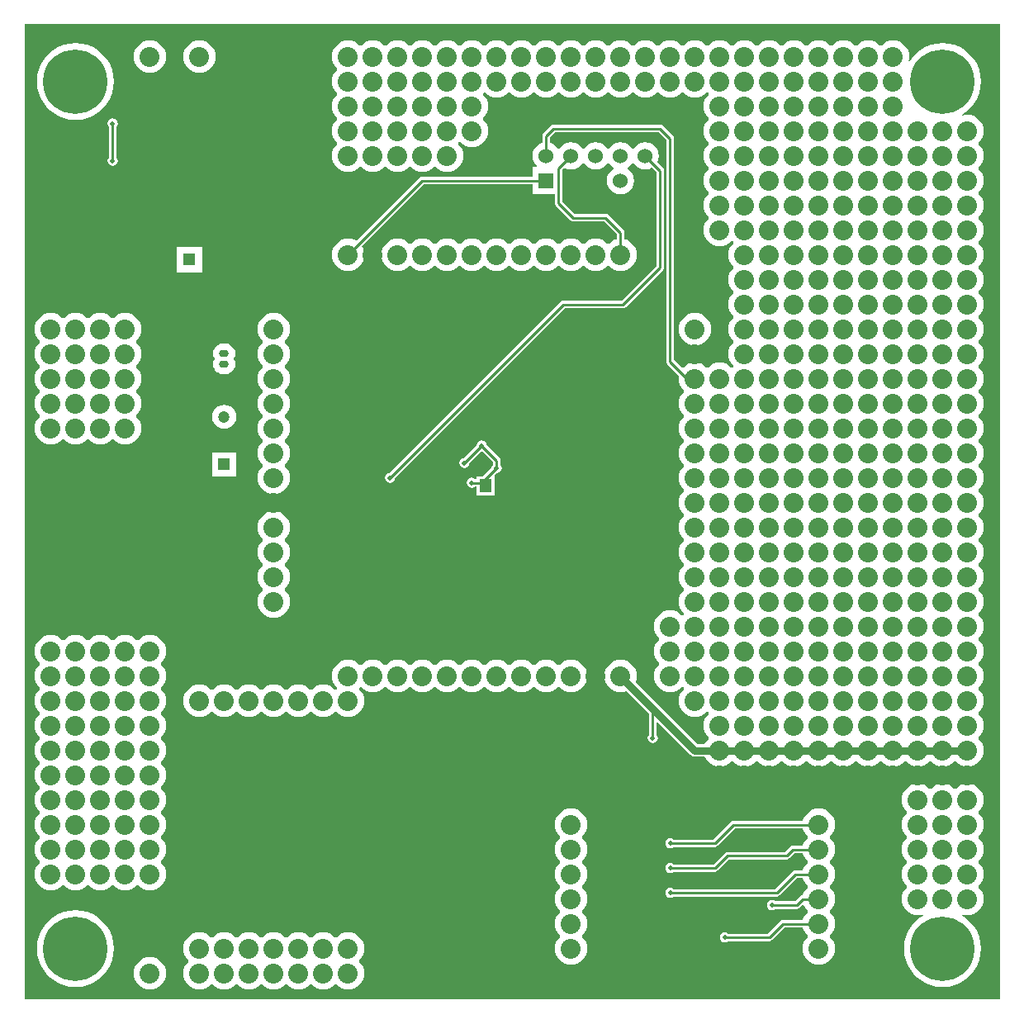
<source format=gbl>
G04 Layer_Physical_Order=2*
G04 Layer_Color=11436288*
%FSLAX25Y25*%
%MOIN*%
G70*
G01*
G75*
%ADD13R,0.05118X0.05709*%
%ADD24C,0.03000*%
%ADD25C,0.01000*%
%ADD28C,0.08000*%
%ADD29O,0.03937X0.02953*%
%ADD30C,0.04724*%
%ADD31R,0.04724X0.04724*%
%ADD32C,0.06000*%
%ADD33R,0.06000X0.06000*%
%ADD34C,0.25984*%
%ADD35R,0.05118X0.05118*%
%ADD36C,0.05118*%
%ADD37C,0.02000*%
G36*
X433071Y39370D02*
X39370D01*
Y433071D01*
X433071D01*
Y39370D01*
D02*
G37*
%LPC*%
G36*
X260016Y176531D02*
X258742Y176406D01*
X257516Y176034D01*
X256387Y175431D01*
X255397Y174618D01*
X255258Y174449D01*
X254758D01*
X254619Y174618D01*
X253629Y175431D01*
X252500Y176034D01*
X251274Y176406D01*
X250000Y176531D01*
X248726Y176406D01*
X247501Y176034D01*
X246372Y175431D01*
X245382Y174618D01*
X245250Y174458D01*
X244750D01*
X244618Y174618D01*
X243629Y175431D01*
X242499Y176034D01*
X241274Y176406D01*
X240000Y176531D01*
X238726Y176406D01*
X237501Y176034D01*
X236371Y175431D01*
X235382Y174618D01*
X235250Y174458D01*
X234750D01*
X234618Y174618D01*
X233629Y175431D01*
X232500Y176034D01*
X231274Y176406D01*
X230000Y176531D01*
X228726Y176406D01*
X227501Y176034D01*
X226371Y175431D01*
X225382Y174618D01*
X225250Y174458D01*
X224750D01*
X224618Y174618D01*
X223628Y175431D01*
X222499Y176034D01*
X221274Y176406D01*
X220000Y176531D01*
X218726Y176406D01*
X217500Y176034D01*
X216371Y175431D01*
X215381Y174618D01*
X215250Y174458D01*
X214750D01*
X214618Y174618D01*
X213629Y175431D01*
X212499Y176034D01*
X211274Y176406D01*
X210000Y176531D01*
X208726Y176406D01*
X207501Y176034D01*
X206371Y175431D01*
X205382Y174618D01*
X205250Y174458D01*
X204750D01*
X204618Y174618D01*
X203629Y175431D01*
X202500Y176034D01*
X201274Y176406D01*
X200000Y176531D01*
X198726Y176406D01*
X197501Y176034D01*
X196371Y175431D01*
X195382Y174618D01*
X195250Y174458D01*
X194750D01*
X194618Y174618D01*
X193629Y175431D01*
X192499Y176034D01*
X191274Y176406D01*
X190000Y176531D01*
X188726Y176406D01*
X187501Y176034D01*
X186371Y175431D01*
X185382Y174618D01*
X185250Y174458D01*
X184750D01*
X184618Y174618D01*
X183629Y175431D01*
X182500Y176034D01*
X181274Y176406D01*
X180000Y176531D01*
X178726Y176406D01*
X177500Y176034D01*
X176371Y175431D01*
X175382Y174618D01*
X175250Y174458D01*
X174750D01*
X174618Y174618D01*
X173629Y175431D01*
X172500Y176034D01*
X171274Y176406D01*
X170000Y176531D01*
X168726Y176406D01*
X167500Y176034D01*
X166371Y175431D01*
X165382Y174618D01*
X164569Y173629D01*
X163966Y172500D01*
X163594Y171274D01*
X163469Y170000D01*
X163594Y168726D01*
X163966Y167500D01*
X164569Y166371D01*
X165382Y165382D01*
X165542Y165250D01*
Y164750D01*
X165382Y164618D01*
X165250Y164458D01*
X164750D01*
X164618Y164618D01*
X163629Y165431D01*
X162499Y166034D01*
X161274Y166406D01*
X160000Y166531D01*
X158726Y166406D01*
X157501Y166034D01*
X156371Y165431D01*
X155382Y164618D01*
X155250Y164458D01*
X154750D01*
X154618Y164618D01*
X153629Y165431D01*
X152499Y166034D01*
X151274Y166406D01*
X150000Y166531D01*
X148726Y166406D01*
X147501Y166034D01*
X146371Y165431D01*
X145382Y164618D01*
X145250Y164458D01*
X144750D01*
X144618Y164618D01*
X143629Y165431D01*
X142499Y166034D01*
X141274Y166406D01*
X140000Y166531D01*
X138726Y166406D01*
X137501Y166034D01*
X136371Y165431D01*
X135382Y164618D01*
X135250Y164458D01*
X134750D01*
X134618Y164618D01*
X133629Y165431D01*
X132500Y166034D01*
X131274Y166406D01*
X130000Y166531D01*
X128726Y166406D01*
X127500Y166034D01*
X126371Y165431D01*
X125382Y164618D01*
X125250Y164458D01*
X124750D01*
X124618Y164618D01*
X123629Y165431D01*
X122500Y166034D01*
X121274Y166406D01*
X120000Y166531D01*
X118726Y166406D01*
X117500Y166034D01*
X116371Y165431D01*
X115382Y164618D01*
X115250Y164458D01*
X114750D01*
X114618Y164618D01*
X113629Y165431D01*
X112499Y166034D01*
X111274Y166406D01*
X110000Y166531D01*
X108726Y166406D01*
X107501Y166034D01*
X106371Y165431D01*
X105382Y164618D01*
X104569Y163629D01*
X103966Y162499D01*
X103594Y161274D01*
X103469Y160000D01*
X103594Y158726D01*
X103966Y157501D01*
X104569Y156371D01*
X105382Y155382D01*
X106371Y154569D01*
X107501Y153966D01*
X108726Y153594D01*
X110000Y153469D01*
X111274Y153594D01*
X112499Y153966D01*
X113629Y154569D01*
X114618Y155382D01*
X114750Y155542D01*
X115250D01*
X115382Y155382D01*
X116371Y154569D01*
X117500Y153966D01*
X118726Y153594D01*
X120000Y153469D01*
X121274Y153594D01*
X122500Y153966D01*
X123629Y154569D01*
X124618Y155382D01*
X124750Y155542D01*
X125250D01*
X125382Y155382D01*
X126371Y154569D01*
X127500Y153966D01*
X128726Y153594D01*
X130000Y153469D01*
X131274Y153594D01*
X132500Y153966D01*
X133629Y154569D01*
X134618Y155382D01*
X134750Y155542D01*
X135250D01*
X135382Y155382D01*
X136371Y154569D01*
X137501Y153966D01*
X138726Y153594D01*
X140000Y153469D01*
X141274Y153594D01*
X142499Y153966D01*
X143629Y154569D01*
X144618Y155382D01*
X144750Y155542D01*
X145250D01*
X145382Y155382D01*
X146371Y154569D01*
X147501Y153966D01*
X148726Y153594D01*
X150000Y153469D01*
X151274Y153594D01*
X152499Y153966D01*
X153629Y154569D01*
X154618Y155382D01*
X154750Y155542D01*
X155250D01*
X155382Y155382D01*
X156371Y154569D01*
X157501Y153966D01*
X158726Y153594D01*
X160000Y153469D01*
X161274Y153594D01*
X162499Y153966D01*
X163629Y154569D01*
X164618Y155382D01*
X164750Y155542D01*
X165250D01*
X165382Y155382D01*
X166371Y154569D01*
X167500Y153966D01*
X168726Y153594D01*
X170000Y153469D01*
X171274Y153594D01*
X172500Y153966D01*
X173629Y154569D01*
X174618Y155382D01*
X175431Y156371D01*
X176034Y157501D01*
X176406Y158726D01*
X176531Y160000D01*
X176406Y161274D01*
X176034Y162499D01*
X175431Y163629D01*
X174618Y164618D01*
X174529Y164692D01*
X174512Y165217D01*
X174784Y165488D01*
X175308Y165471D01*
X175382Y165382D01*
X176371Y164569D01*
X177500Y163966D01*
X178726Y163594D01*
X180000Y163469D01*
X181274Y163594D01*
X182500Y163966D01*
X183629Y164569D01*
X184618Y165382D01*
X184750Y165542D01*
X185250D01*
X185382Y165382D01*
X186371Y164569D01*
X187501Y163966D01*
X188726Y163594D01*
X190000Y163469D01*
X191274Y163594D01*
X192499Y163966D01*
X193629Y164569D01*
X194618Y165382D01*
X194750Y165542D01*
X195250D01*
X195382Y165382D01*
X196371Y164569D01*
X197501Y163966D01*
X198726Y163594D01*
X200000Y163469D01*
X201274Y163594D01*
X202500Y163966D01*
X203629Y164569D01*
X204618Y165382D01*
X204750Y165542D01*
X205250D01*
X205382Y165382D01*
X206371Y164569D01*
X207501Y163966D01*
X208726Y163594D01*
X210000Y163469D01*
X211274Y163594D01*
X212499Y163966D01*
X213629Y164569D01*
X214618Y165382D01*
X214750Y165542D01*
X215250D01*
X215381Y165382D01*
X216371Y164569D01*
X217500Y163966D01*
X218726Y163594D01*
X220000Y163469D01*
X221274Y163594D01*
X222499Y163966D01*
X223628Y164569D01*
X224618Y165382D01*
X224750Y165542D01*
X225250D01*
X225382Y165382D01*
X226371Y164569D01*
X227501Y163966D01*
X228726Y163594D01*
X230000Y163469D01*
X231274Y163594D01*
X232500Y163966D01*
X233629Y164569D01*
X234618Y165382D01*
X234750Y165542D01*
X235250D01*
X235382Y165382D01*
X236371Y164569D01*
X237501Y163966D01*
X238726Y163594D01*
X240000Y163469D01*
X241274Y163594D01*
X242499Y163966D01*
X243629Y164569D01*
X244618Y165382D01*
X244750Y165542D01*
X245250D01*
X245382Y165382D01*
X246372Y164569D01*
X247501Y163966D01*
X248726Y163594D01*
X250000Y163469D01*
X251274Y163594D01*
X252500Y163966D01*
X253629Y164569D01*
X254619Y165382D01*
X254758Y165551D01*
X255258D01*
X255397Y165382D01*
X256387Y164569D01*
X257516Y163966D01*
X258742Y163594D01*
X260016Y163469D01*
X261290Y163594D01*
X262515Y163966D01*
X263645Y164569D01*
X264634Y165382D01*
X265446Y166371D01*
X266050Y167500D01*
X266422Y168726D01*
X266547Y170000D01*
X266422Y171274D01*
X266050Y172500D01*
X265446Y173629D01*
X264634Y174618D01*
X263645Y175431D01*
X262515Y176034D01*
X261290Y176406D01*
X260016Y176531D01*
D02*
G37*
G36*
X420000Y126531D02*
X418726Y126406D01*
X417500Y126034D01*
X416371Y125431D01*
X415382Y124618D01*
X415250Y124458D01*
X414750D01*
X414618Y124618D01*
X413629Y125431D01*
X412500Y126034D01*
X411274Y126406D01*
X410000Y126531D01*
X408726Y126406D01*
X407501Y126034D01*
X406371Y125431D01*
X405382Y124618D01*
X405250Y124458D01*
X404750D01*
X404618Y124618D01*
X403629Y125431D01*
X402499Y126034D01*
X401274Y126406D01*
X400000Y126531D01*
X398726Y126406D01*
X397500Y126034D01*
X396371Y125431D01*
X395382Y124618D01*
X394569Y123629D01*
X393966Y122500D01*
X393594Y121274D01*
X393469Y120000D01*
X393594Y118726D01*
X393966Y117500D01*
X394569Y116371D01*
X395382Y115382D01*
X395542Y115250D01*
Y114750D01*
X395382Y114618D01*
X394569Y113629D01*
X393966Y112499D01*
X393594Y111274D01*
X393469Y110000D01*
X393594Y108726D01*
X393966Y107501D01*
X394569Y106371D01*
X395382Y105382D01*
X395542Y105250D01*
Y104750D01*
X395382Y104618D01*
X394569Y103629D01*
X393966Y102499D01*
X393594Y101274D01*
X393469Y100000D01*
X393594Y98726D01*
X393966Y97500D01*
X394569Y96371D01*
X395382Y95382D01*
X395542Y95250D01*
Y94750D01*
X395382Y94618D01*
X394569Y93629D01*
X393966Y92500D01*
X393594Y91274D01*
X393469Y90000D01*
X393594Y88726D01*
X393966Y87501D01*
X394569Y86371D01*
X395382Y85382D01*
X395542Y85250D01*
Y84750D01*
X395382Y84618D01*
X394569Y83629D01*
X393966Y82499D01*
X393594Y81274D01*
X393469Y80000D01*
X393594Y78726D01*
X393966Y77500D01*
X394569Y76371D01*
X395382Y75382D01*
X396371Y74569D01*
X397500Y73966D01*
X398726Y73594D01*
X400000Y73469D01*
X401274Y73594D01*
X401873Y73776D01*
X402079Y73316D01*
X400866Y72572D01*
X399011Y70989D01*
X397428Y69134D01*
X396154Y67055D01*
X395221Y64802D01*
X394651Y62431D01*
X394460Y60000D01*
X394651Y57569D01*
X395221Y55198D01*
X396154Y52945D01*
X397428Y50866D01*
X399011Y49011D01*
X400866Y47428D01*
X402945Y46154D01*
X405198Y45221D01*
X407569Y44651D01*
X410000Y44460D01*
X412431Y44651D01*
X414802Y45221D01*
X417055Y46154D01*
X419134Y47428D01*
X420989Y49011D01*
X422572Y50866D01*
X423846Y52945D01*
X424779Y55198D01*
X425349Y57569D01*
X425540Y60000D01*
X425349Y62431D01*
X424779Y64802D01*
X423846Y67055D01*
X422572Y69134D01*
X420989Y70989D01*
X419134Y72572D01*
X417921Y73316D01*
X418127Y73776D01*
X418726Y73594D01*
X420000Y73469D01*
X421274Y73594D01*
X422500Y73966D01*
X423629Y74569D01*
X424618Y75382D01*
X425431Y76371D01*
X426034Y77500D01*
X426406Y78726D01*
X426532Y80000D01*
X426406Y81274D01*
X426034Y82499D01*
X425431Y83629D01*
X424618Y84618D01*
X424458Y84750D01*
Y85250D01*
X424618Y85382D01*
X425431Y86371D01*
X426034Y87501D01*
X426406Y88726D01*
X426532Y90000D01*
X426406Y91274D01*
X426034Y92500D01*
X425431Y93629D01*
X424618Y94618D01*
X424458Y94750D01*
Y95250D01*
X424618Y95382D01*
X425431Y96371D01*
X426034Y97500D01*
X426406Y98726D01*
X426532Y100000D01*
X426406Y101274D01*
X426034Y102499D01*
X425431Y103629D01*
X424618Y104618D01*
X424458Y104750D01*
Y105250D01*
X424618Y105382D01*
X425431Y106371D01*
X426034Y107501D01*
X426406Y108726D01*
X426532Y110000D01*
X426406Y111274D01*
X426034Y112499D01*
X425431Y113629D01*
X424618Y114618D01*
X424458Y114750D01*
Y115250D01*
X424618Y115382D01*
X425431Y116371D01*
X426034Y117500D01*
X426406Y118726D01*
X426532Y120000D01*
X426406Y121274D01*
X426034Y122500D01*
X425431Y123629D01*
X424618Y124618D01*
X423629Y125431D01*
X422500Y126034D01*
X421274Y126406D01*
X420000Y126531D01*
D02*
G37*
G36*
X90000Y186531D02*
X88726Y186406D01*
X87501Y186034D01*
X86371Y185431D01*
X85382Y184618D01*
X85250Y184458D01*
X84750D01*
X84618Y184618D01*
X83629Y185431D01*
X82499Y186034D01*
X81274Y186406D01*
X80000Y186531D01*
X78726Y186406D01*
X77500Y186034D01*
X76371Y185431D01*
X75382Y184618D01*
X75250Y184458D01*
X74750D01*
X74618Y184618D01*
X73629Y185431D01*
X72500Y186034D01*
X71274Y186406D01*
X70000Y186531D01*
X68726Y186406D01*
X67501Y186034D01*
X66371Y185431D01*
X65382Y184618D01*
X65250Y184458D01*
X64750D01*
X64618Y184618D01*
X63629Y185431D01*
X62499Y186034D01*
X61274Y186406D01*
X60000Y186531D01*
X58726Y186406D01*
X57500Y186034D01*
X56371Y185431D01*
X55382Y184618D01*
X55250Y184458D01*
X54750D01*
X54618Y184618D01*
X53629Y185431D01*
X52500Y186034D01*
X51274Y186406D01*
X50000Y186531D01*
X48726Y186406D01*
X47501Y186034D01*
X46371Y185431D01*
X45382Y184618D01*
X44569Y183629D01*
X43966Y182500D01*
X43594Y181274D01*
X43468Y180000D01*
X43594Y178726D01*
X43966Y177500D01*
X44569Y176371D01*
X45382Y175382D01*
X45542Y175250D01*
Y174750D01*
X45382Y174618D01*
X44569Y173629D01*
X43966Y172500D01*
X43594Y171274D01*
X43468Y170000D01*
X43594Y168726D01*
X43966Y167500D01*
X44569Y166371D01*
X45382Y165382D01*
X45542Y165250D01*
Y164750D01*
X45382Y164618D01*
X44569Y163629D01*
X43966Y162499D01*
X43594Y161274D01*
X43468Y160000D01*
X43594Y158726D01*
X43966Y157501D01*
X44569Y156371D01*
X45382Y155382D01*
X45542Y155250D01*
Y154750D01*
X45382Y154618D01*
X44569Y153629D01*
X43966Y152499D01*
X43594Y151274D01*
X43468Y150000D01*
X43594Y148726D01*
X43966Y147501D01*
X44569Y146371D01*
X45382Y145382D01*
X45542Y145250D01*
Y144750D01*
X45382Y144618D01*
X44569Y143629D01*
X43966Y142499D01*
X43594Y141274D01*
X43468Y140000D01*
X43594Y138726D01*
X43966Y137501D01*
X44569Y136371D01*
X45382Y135382D01*
X45542Y135250D01*
Y134750D01*
X45382Y134618D01*
X44569Y133629D01*
X43966Y132500D01*
X43594Y131274D01*
X43468Y130000D01*
X43594Y128726D01*
X43966Y127500D01*
X44569Y126371D01*
X45382Y125382D01*
X45542Y125250D01*
Y124750D01*
X45382Y124618D01*
X44569Y123629D01*
X43966Y122500D01*
X43594Y121274D01*
X43468Y120000D01*
X43594Y118726D01*
X43966Y117500D01*
X44569Y116371D01*
X45382Y115382D01*
X45542Y115250D01*
Y114750D01*
X45382Y114618D01*
X44569Y113629D01*
X43966Y112499D01*
X43594Y111274D01*
X43468Y110000D01*
X43594Y108726D01*
X43966Y107501D01*
X44569Y106371D01*
X45382Y105382D01*
X45542Y105250D01*
Y104750D01*
X45382Y104618D01*
X44569Y103629D01*
X43966Y102499D01*
X43594Y101274D01*
X43468Y100000D01*
X43594Y98726D01*
X43966Y97500D01*
X44569Y96371D01*
X45382Y95382D01*
X45542Y95250D01*
Y94750D01*
X45382Y94618D01*
X44569Y93629D01*
X43966Y92500D01*
X43594Y91274D01*
X43468Y90000D01*
X43594Y88726D01*
X43966Y87501D01*
X44569Y86371D01*
X45382Y85382D01*
X46371Y84569D01*
X47501Y83966D01*
X48726Y83594D01*
X50000Y83469D01*
X51274Y83594D01*
X52500Y83966D01*
X53629Y84569D01*
X54618Y85382D01*
X54750Y85542D01*
X55250D01*
X55382Y85382D01*
X56371Y84569D01*
X57500Y83966D01*
X58726Y83594D01*
X60000Y83469D01*
X61274Y83594D01*
X62499Y83966D01*
X63629Y84569D01*
X64618Y85382D01*
X64750Y85542D01*
X65250D01*
X65382Y85382D01*
X66371Y84569D01*
X67501Y83966D01*
X68726Y83594D01*
X70000Y83469D01*
X71274Y83594D01*
X72500Y83966D01*
X73629Y84569D01*
X74618Y85382D01*
X74750Y85542D01*
X75250D01*
X75382Y85382D01*
X76371Y84569D01*
X77500Y83966D01*
X78726Y83594D01*
X80000Y83469D01*
X81274Y83594D01*
X82499Y83966D01*
X83629Y84569D01*
X84618Y85382D01*
X84750Y85542D01*
X85250D01*
X85382Y85382D01*
X86371Y84569D01*
X87501Y83966D01*
X88726Y83594D01*
X90000Y83469D01*
X91274Y83594D01*
X92500Y83966D01*
X93629Y84569D01*
X94618Y85382D01*
X95431Y86371D01*
X96034Y87501D01*
X96406Y88726D01*
X96531Y90000D01*
X96406Y91274D01*
X96034Y92500D01*
X95431Y93629D01*
X94618Y94618D01*
X94458Y94750D01*
Y95250D01*
X94618Y95382D01*
X95431Y96371D01*
X96034Y97500D01*
X96406Y98726D01*
X96531Y100000D01*
X96406Y101274D01*
X96034Y102499D01*
X95431Y103629D01*
X94618Y104618D01*
X94458Y104750D01*
Y105250D01*
X94618Y105382D01*
X95431Y106371D01*
X96034Y107501D01*
X96406Y108726D01*
X96531Y110000D01*
X96406Y111274D01*
X96034Y112499D01*
X95431Y113629D01*
X94618Y114618D01*
X94458Y114750D01*
Y115250D01*
X94618Y115382D01*
X95431Y116371D01*
X96034Y117500D01*
X96406Y118726D01*
X96531Y120000D01*
X96406Y121274D01*
X96034Y122500D01*
X95431Y123629D01*
X94618Y124618D01*
X94458Y124750D01*
Y125250D01*
X94618Y125382D01*
X95431Y126371D01*
X96034Y127500D01*
X96406Y128726D01*
X96531Y130000D01*
X96406Y131274D01*
X96034Y132500D01*
X95431Y133629D01*
X94618Y134618D01*
X94458Y134750D01*
Y135250D01*
X94618Y135382D01*
X95431Y136371D01*
X96034Y137501D01*
X96406Y138726D01*
X96531Y140000D01*
X96406Y141274D01*
X96034Y142499D01*
X95431Y143629D01*
X94618Y144618D01*
X94458Y144750D01*
Y145250D01*
X94618Y145382D01*
X95431Y146371D01*
X96034Y147501D01*
X96406Y148726D01*
X96531Y150000D01*
X96406Y151274D01*
X96034Y152499D01*
X95431Y153629D01*
X94618Y154618D01*
X94458Y154750D01*
Y155250D01*
X94618Y155382D01*
X95431Y156371D01*
X96034Y157501D01*
X96406Y158726D01*
X96531Y160000D01*
X96406Y161274D01*
X96034Y162499D01*
X95431Y163629D01*
X94618Y164618D01*
X94458Y164750D01*
Y165250D01*
X94618Y165382D01*
X95431Y166371D01*
X96034Y167500D01*
X96406Y168726D01*
X96531Y170000D01*
X96406Y171274D01*
X96034Y172500D01*
X95431Y173629D01*
X94618Y174618D01*
X94458Y174750D01*
Y175250D01*
X94618Y175382D01*
X95431Y176371D01*
X96034Y177500D01*
X96406Y178726D01*
X96531Y180000D01*
X96406Y181274D01*
X96034Y182500D01*
X95431Y183629D01*
X94618Y184618D01*
X93629Y185431D01*
X92500Y186034D01*
X91274Y186406D01*
X90000Y186531D01*
D02*
G37*
G36*
X140000Y316531D02*
X138726Y316406D01*
X137501Y316034D01*
X136371Y315431D01*
X135382Y314618D01*
X134569Y313629D01*
X133966Y312499D01*
X133594Y311274D01*
X133469Y310000D01*
X133594Y308726D01*
X133966Y307501D01*
X134569Y306371D01*
X135382Y305382D01*
X135542Y305250D01*
Y304750D01*
X135382Y304618D01*
X134569Y303629D01*
X133966Y302500D01*
X133594Y301274D01*
X133469Y300000D01*
X133594Y298726D01*
X133966Y297500D01*
X134569Y296371D01*
X135382Y295382D01*
X135542Y295250D01*
Y294750D01*
X135381Y294618D01*
X134569Y293629D01*
X133966Y292499D01*
X133594Y291274D01*
X133468Y290000D01*
X133594Y288726D01*
X133966Y287501D01*
X134569Y286371D01*
X135381Y285382D01*
X135542Y285250D01*
Y284750D01*
X135382Y284618D01*
X134569Y283629D01*
X133966Y282500D01*
X133594Y281274D01*
X133469Y280000D01*
X133594Y278726D01*
X133966Y277501D01*
X134569Y276371D01*
X135382Y275382D01*
X135542Y275250D01*
Y274750D01*
X135382Y274618D01*
X134569Y273629D01*
X133966Y272499D01*
X133594Y271274D01*
X133469Y270000D01*
X133594Y268726D01*
X133966Y267500D01*
X134569Y266371D01*
X135382Y265382D01*
X135542Y265250D01*
Y264750D01*
X135382Y264618D01*
X134569Y263629D01*
X133966Y262499D01*
X133594Y261274D01*
X133469Y260000D01*
X133594Y258726D01*
X133966Y257501D01*
X134569Y256371D01*
X135382Y255382D01*
X135542Y255250D01*
Y254750D01*
X135382Y254618D01*
X134569Y253629D01*
X133966Y252500D01*
X133594Y251274D01*
X133469Y250000D01*
X133594Y248726D01*
X133966Y247500D01*
X134569Y246371D01*
X135382Y245382D01*
X136371Y244569D01*
X137501Y243966D01*
X138726Y243594D01*
X140000Y243469D01*
X141274Y243594D01*
X142499Y243966D01*
X143629Y244569D01*
X144618Y245382D01*
X145431Y246371D01*
X146034Y247500D01*
X146406Y248726D01*
X146531Y250000D01*
X146406Y251274D01*
X146034Y252500D01*
X145431Y253629D01*
X144618Y254618D01*
X144458Y254750D01*
Y255250D01*
X144618Y255382D01*
X145431Y256371D01*
X146034Y257501D01*
X146406Y258726D01*
X146531Y260000D01*
X146406Y261274D01*
X146034Y262499D01*
X145431Y263629D01*
X144618Y264618D01*
X144458Y264750D01*
Y265250D01*
X144618Y265382D01*
X145431Y266371D01*
X146034Y267500D01*
X146406Y268726D01*
X146531Y270000D01*
X146406Y271274D01*
X146034Y272499D01*
X145431Y273629D01*
X144618Y274618D01*
X144458Y274750D01*
Y275250D01*
X144618Y275382D01*
X145431Y276371D01*
X146034Y277501D01*
X146406Y278726D01*
X146531Y280000D01*
X146406Y281274D01*
X146034Y282500D01*
X145431Y283629D01*
X144618Y284618D01*
X144458Y284750D01*
Y285250D01*
X144618Y285382D01*
X145431Y286371D01*
X146034Y287501D01*
X146406Y288726D01*
X146531Y290000D01*
X146406Y291274D01*
X146034Y292499D01*
X145431Y293629D01*
X144618Y294618D01*
X144458Y294750D01*
Y295250D01*
X144618Y295382D01*
X145431Y296371D01*
X146034Y297500D01*
X146406Y298726D01*
X146531Y300000D01*
X146406Y301274D01*
X146034Y302500D01*
X145431Y303629D01*
X144618Y304618D01*
X144458Y304750D01*
Y305250D01*
X144618Y305382D01*
X145431Y306371D01*
X146034Y307501D01*
X146406Y308726D01*
X146531Y310000D01*
X146406Y311274D01*
X146034Y312499D01*
X145431Y313629D01*
X144618Y314618D01*
X143629Y315431D01*
X142499Y316034D01*
X141274Y316406D01*
X140000Y316531D01*
D02*
G37*
G36*
Y236531D02*
X138726Y236406D01*
X137501Y236034D01*
X136371Y235431D01*
X135382Y234618D01*
X134569Y233629D01*
X133966Y232500D01*
X133594Y231274D01*
X133469Y230000D01*
X133594Y228726D01*
X133966Y227501D01*
X134569Y226371D01*
X135382Y225382D01*
X135542Y225250D01*
Y224750D01*
X135382Y224618D01*
X134569Y223629D01*
X133966Y222499D01*
X133594Y221274D01*
X133469Y220000D01*
X133594Y218726D01*
X133966Y217500D01*
X134569Y216371D01*
X135382Y215382D01*
X135542Y215250D01*
Y214750D01*
X135382Y214618D01*
X134569Y213629D01*
X133966Y212499D01*
X133594Y211274D01*
X133469Y210000D01*
X133594Y208726D01*
X133966Y207501D01*
X134569Y206371D01*
X135382Y205382D01*
X135542Y205250D01*
Y204750D01*
X135382Y204618D01*
X134569Y203629D01*
X133966Y202500D01*
X133594Y201274D01*
X133469Y200000D01*
X133594Y198726D01*
X133966Y197501D01*
X134569Y196371D01*
X135382Y195382D01*
X136371Y194569D01*
X137501Y193966D01*
X138726Y193594D01*
X140000Y193469D01*
X141274Y193594D01*
X142499Y193966D01*
X143629Y194569D01*
X144618Y195382D01*
X145431Y196371D01*
X146034Y197501D01*
X146406Y198726D01*
X146531Y200000D01*
X146406Y201274D01*
X146034Y202500D01*
X145431Y203629D01*
X144618Y204618D01*
X144458Y204750D01*
Y205250D01*
X144618Y205382D01*
X145431Y206371D01*
X146034Y207501D01*
X146406Y208726D01*
X146531Y210000D01*
X146406Y211274D01*
X146034Y212499D01*
X145431Y213629D01*
X144618Y214618D01*
X144458Y214750D01*
Y215250D01*
X144618Y215382D01*
X145431Y216371D01*
X146034Y217500D01*
X146406Y218726D01*
X146531Y220000D01*
X146406Y221274D01*
X146034Y222499D01*
X145431Y223629D01*
X144618Y224618D01*
X144458Y224750D01*
Y225250D01*
X144618Y225382D01*
X145431Y226371D01*
X146034Y227501D01*
X146406Y228726D01*
X146531Y230000D01*
X146406Y231274D01*
X146034Y232500D01*
X145431Y233629D01*
X144618Y234618D01*
X143629Y235431D01*
X142499Y236034D01*
X141274Y236406D01*
X140000Y236531D01*
D02*
G37*
G36*
X60000Y75540D02*
X57569Y75349D01*
X55198Y74779D01*
X52945Y73846D01*
X50866Y72572D01*
X49011Y70989D01*
X47428Y69134D01*
X46154Y67055D01*
X45221Y64802D01*
X44651Y62431D01*
X44460Y60000D01*
X44651Y57569D01*
X45221Y55198D01*
X46154Y52945D01*
X47428Y50866D01*
X49011Y49011D01*
X50866Y47428D01*
X52945Y46154D01*
X55198Y45221D01*
X57569Y44651D01*
X60000Y44460D01*
X62431Y44651D01*
X64802Y45221D01*
X67055Y46154D01*
X69134Y47428D01*
X70989Y49011D01*
X72572Y50866D01*
X73846Y52945D01*
X74779Y55198D01*
X75349Y57569D01*
X75540Y60000D01*
X75349Y62431D01*
X74779Y64802D01*
X73846Y67055D01*
X72572Y69134D01*
X70989Y70989D01*
X69134Y72572D01*
X67055Y73846D01*
X64802Y74779D01*
X62431Y75349D01*
X60000Y75540D01*
D02*
G37*
G36*
X90000Y56531D02*
X88726Y56406D01*
X87501Y56034D01*
X86371Y55431D01*
X85382Y54618D01*
X84569Y53629D01*
X83966Y52500D01*
X83594Y51274D01*
X83469Y50000D01*
X83594Y48726D01*
X83966Y47501D01*
X84569Y46371D01*
X85382Y45382D01*
X86371Y44569D01*
X87501Y43966D01*
X88726Y43594D01*
X90000Y43468D01*
X91274Y43594D01*
X92500Y43966D01*
X93629Y44569D01*
X94618Y45382D01*
X95431Y46371D01*
X96034Y47501D01*
X96406Y48726D01*
X96531Y50000D01*
X96406Y51274D01*
X96034Y52500D01*
X95431Y53629D01*
X94618Y54618D01*
X93629Y55431D01*
X92500Y56034D01*
X91274Y56406D01*
X90000Y56531D01*
D02*
G37*
G36*
X260000Y116531D02*
X258726Y116406D01*
X257501Y116034D01*
X256371Y115431D01*
X255382Y114618D01*
X254569Y113629D01*
X253966Y112499D01*
X253594Y111274D01*
X253469Y110000D01*
X253594Y108726D01*
X253966Y107501D01*
X254569Y106371D01*
X255382Y105382D01*
X255542Y105250D01*
Y104750D01*
X255382Y104618D01*
X254569Y103629D01*
X253966Y102499D01*
X253594Y101274D01*
X253469Y100000D01*
X253594Y98726D01*
X253966Y97500D01*
X254569Y96371D01*
X255382Y95382D01*
X255542Y95250D01*
Y94750D01*
X255382Y94618D01*
X254569Y93629D01*
X253966Y92500D01*
X253594Y91274D01*
X253469Y90000D01*
X253594Y88726D01*
X253966Y87501D01*
X254569Y86371D01*
X255382Y85382D01*
X255542Y85250D01*
Y84750D01*
X255382Y84618D01*
X254569Y83629D01*
X253966Y82499D01*
X253594Y81274D01*
X253469Y80000D01*
X253594Y78726D01*
X253966Y77500D01*
X254569Y76371D01*
X255382Y75382D01*
X255542Y75250D01*
Y74750D01*
X255382Y74618D01*
X254569Y73629D01*
X253966Y72500D01*
X253594Y71274D01*
X253469Y70000D01*
X253594Y68726D01*
X253966Y67501D01*
X254569Y66371D01*
X255382Y65382D01*
X255542Y65250D01*
Y64750D01*
X255382Y64618D01*
X254569Y63629D01*
X253966Y62499D01*
X253594Y61274D01*
X253469Y60000D01*
X253594Y58726D01*
X253966Y57500D01*
X254569Y56371D01*
X255382Y55382D01*
X256371Y54569D01*
X257501Y53966D01*
X258726Y53594D01*
X260000Y53469D01*
X261274Y53594D01*
X262499Y53966D01*
X263629Y54569D01*
X264618Y55382D01*
X265431Y56371D01*
X266034Y57500D01*
X266406Y58726D01*
X266531Y60000D01*
X266406Y61274D01*
X266034Y62499D01*
X265431Y63629D01*
X264618Y64618D01*
X264458Y64750D01*
Y65250D01*
X264618Y65382D01*
X265431Y66371D01*
X266034Y67501D01*
X266406Y68726D01*
X266531Y70000D01*
X266406Y71274D01*
X266034Y72500D01*
X265431Y73629D01*
X264618Y74618D01*
X264458Y74750D01*
Y75250D01*
X264618Y75382D01*
X265431Y76371D01*
X266034Y77500D01*
X266406Y78726D01*
X266531Y80000D01*
X266406Y81274D01*
X266034Y82499D01*
X265431Y83629D01*
X264618Y84618D01*
X264458Y84750D01*
Y85250D01*
X264618Y85382D01*
X265431Y86371D01*
X266034Y87501D01*
X266406Y88726D01*
X266531Y90000D01*
X266406Y91274D01*
X266034Y92500D01*
X265431Y93629D01*
X264618Y94618D01*
X264458Y94750D01*
Y95250D01*
X264618Y95382D01*
X265431Y96371D01*
X266034Y97500D01*
X266406Y98726D01*
X266531Y100000D01*
X266406Y101274D01*
X266034Y102499D01*
X265431Y103629D01*
X264618Y104618D01*
X264458Y104750D01*
Y105250D01*
X264618Y105382D01*
X265431Y106371D01*
X266034Y107501D01*
X266406Y108726D01*
X266531Y110000D01*
X266406Y111274D01*
X266034Y112499D01*
X265431Y113629D01*
X264618Y114618D01*
X263629Y115431D01*
X262499Y116034D01*
X261274Y116406D01*
X260000Y116531D01*
D02*
G37*
G36*
X360000D02*
X358726Y116406D01*
X357501Y116034D01*
X356371Y115431D01*
X355382Y114618D01*
X354569Y113629D01*
X353966Y112499D01*
X353672Y111529D01*
X325615D01*
X325029Y111413D01*
X324533Y111081D01*
X317473Y104021D01*
X301417D01*
X300887Y104376D01*
X300106Y104531D01*
X299326Y104376D01*
X298664Y103934D01*
X298222Y103272D01*
X298067Y102492D01*
X298222Y101711D01*
X298664Y101050D01*
X299326Y100608D01*
X300106Y100453D01*
X300887Y100608D01*
X301417Y100962D01*
X318106D01*
X318691Y101079D01*
X319188Y101410D01*
X326248Y108471D01*
X353672D01*
X353966Y107501D01*
X354569Y106371D01*
X355382Y105382D01*
X355542Y105250D01*
Y104750D01*
X355382Y104618D01*
X354569Y103629D01*
X353966Y102499D01*
X353672Y101529D01*
X349615D01*
X349029Y101413D01*
X348533Y101081D01*
X346473Y99021D01*
X323106D01*
X322521Y98905D01*
X322025Y98573D01*
X317473Y94021D01*
X301417D01*
X300887Y94376D01*
X300106Y94531D01*
X299326Y94376D01*
X298664Y93934D01*
X298222Y93272D01*
X298067Y92492D01*
X298222Y91711D01*
X298664Y91050D01*
X299326Y90608D01*
X300106Y90453D01*
X300887Y90608D01*
X301417Y90962D01*
X318106D01*
X318691Y91079D01*
X319188Y91410D01*
X323740Y95962D01*
X347106D01*
X347691Y96079D01*
X348188Y96410D01*
X350248Y98471D01*
X353672D01*
X353966Y97500D01*
X354569Y96371D01*
X355382Y95382D01*
X355542Y95250D01*
Y94750D01*
X355382Y94618D01*
X354569Y93629D01*
X353966Y92500D01*
X353672Y91529D01*
X350615D01*
X350029Y91413D01*
X349533Y91081D01*
X342473Y84021D01*
X301438D01*
X300895Y84384D01*
X300114Y84539D01*
X299334Y84384D01*
X298673Y83942D01*
X298231Y83280D01*
X298075Y82500D01*
X298231Y81720D01*
X298673Y81058D01*
X299334Y80616D01*
X300114Y80461D01*
X300895Y80616D01*
X301413Y80962D01*
X343106D01*
X343691Y81079D01*
X344188Y81410D01*
X351248Y88471D01*
X353672D01*
X353966Y87501D01*
X354569Y86371D01*
X355382Y85382D01*
X355542Y85250D01*
Y84750D01*
X355382Y84618D01*
X354569Y83629D01*
X353966Y82499D01*
X353672Y81529D01*
X353614D01*
X353126Y81432D01*
X353029Y81413D01*
X352533Y81081D01*
X350481Y79029D01*
X342409D01*
X341878Y79384D01*
X341098Y79539D01*
X340318Y79384D01*
X339656Y78942D01*
X339214Y78280D01*
X339059Y77500D01*
X339214Y76720D01*
X339656Y76058D01*
X340318Y75616D01*
X341098Y75461D01*
X341878Y75616D01*
X342409Y75971D01*
X351115D01*
X351700Y76087D01*
X352196Y76419D01*
X353462Y77684D01*
X353947Y77563D01*
X353966Y77500D01*
X354569Y76371D01*
X355382Y75382D01*
X355542Y75250D01*
Y74750D01*
X355382Y74618D01*
X354569Y73629D01*
X353966Y72500D01*
X353672Y71529D01*
X345615D01*
X345029Y71413D01*
X344533Y71081D01*
X339473Y66021D01*
X323417D01*
X322887Y66376D01*
X322106Y66531D01*
X321326Y66376D01*
X320664Y65934D01*
X320222Y65272D01*
X320067Y64492D01*
X320222Y63711D01*
X320664Y63050D01*
X321326Y62608D01*
X322106Y62453D01*
X322887Y62608D01*
X323417Y62962D01*
X340106D01*
X340691Y63079D01*
X341188Y63410D01*
X346248Y68471D01*
X353672D01*
X353966Y67501D01*
X354569Y66371D01*
X355382Y65382D01*
X355542Y65250D01*
Y64750D01*
X355382Y64618D01*
X354569Y63629D01*
X353966Y62499D01*
X353594Y61274D01*
X353469Y60000D01*
X353594Y58726D01*
X353966Y57500D01*
X354569Y56371D01*
X355382Y55382D01*
X356371Y54569D01*
X357501Y53966D01*
X358726Y53594D01*
X360000Y53469D01*
X361274Y53594D01*
X362499Y53966D01*
X363629Y54569D01*
X364618Y55382D01*
X365431Y56371D01*
X366034Y57500D01*
X366406Y58726D01*
X366531Y60000D01*
X366406Y61274D01*
X366034Y62499D01*
X365431Y63629D01*
X364618Y64618D01*
X364458Y64750D01*
Y65250D01*
X364618Y65382D01*
X365431Y66371D01*
X366034Y67501D01*
X366406Y68726D01*
X366531Y70000D01*
X366406Y71274D01*
X366034Y72500D01*
X365431Y73629D01*
X364618Y74618D01*
X364458Y74750D01*
Y75250D01*
X364618Y75382D01*
X365431Y76371D01*
X366034Y77500D01*
X366406Y78726D01*
X366531Y80000D01*
X366406Y81274D01*
X366034Y82499D01*
X365431Y83629D01*
X364618Y84618D01*
X364458Y84750D01*
Y85250D01*
X364618Y85382D01*
X365431Y86371D01*
X366034Y87501D01*
X366406Y88726D01*
X366531Y90000D01*
X366406Y91274D01*
X366034Y92500D01*
X365431Y93629D01*
X364618Y94618D01*
X364458Y94750D01*
Y95250D01*
X364618Y95382D01*
X365431Y96371D01*
X366034Y97500D01*
X366406Y98726D01*
X366531Y100000D01*
X366406Y101274D01*
X366034Y102499D01*
X365431Y103629D01*
X364618Y104618D01*
X364458Y104750D01*
Y105250D01*
X364618Y105382D01*
X365431Y106371D01*
X366034Y107501D01*
X366406Y108726D01*
X366531Y110000D01*
X366406Y111274D01*
X366034Y112499D01*
X365431Y113629D01*
X364618Y114618D01*
X363629Y115431D01*
X362499Y116034D01*
X361274Y116406D01*
X360000Y116531D01*
D02*
G37*
G36*
X170000Y66531D02*
X168726Y66406D01*
X167500Y66034D01*
X166371Y65431D01*
X165382Y64618D01*
X165250Y64458D01*
X164750D01*
X164618Y64618D01*
X163629Y65431D01*
X162499Y66034D01*
X161274Y66406D01*
X160000Y66531D01*
X158726Y66406D01*
X157501Y66034D01*
X156371Y65431D01*
X155382Y64618D01*
X155250Y64458D01*
X154750D01*
X154618Y64618D01*
X153629Y65431D01*
X152499Y66034D01*
X151274Y66406D01*
X150000Y66531D01*
X148726Y66406D01*
X147501Y66034D01*
X146371Y65431D01*
X145382Y64618D01*
X145250Y64458D01*
X144750D01*
X144618Y64618D01*
X143629Y65431D01*
X142499Y66034D01*
X141274Y66406D01*
X140000Y66531D01*
X138726Y66406D01*
X137501Y66034D01*
X136371Y65431D01*
X135382Y64618D01*
X135250Y64458D01*
X134750D01*
X134618Y64618D01*
X133629Y65431D01*
X132500Y66034D01*
X131274Y66406D01*
X130000Y66531D01*
X128726Y66406D01*
X127500Y66034D01*
X126371Y65431D01*
X125382Y64618D01*
X125250Y64458D01*
X124750D01*
X124618Y64618D01*
X123629Y65431D01*
X122500Y66034D01*
X121274Y66406D01*
X120000Y66531D01*
X118726Y66406D01*
X117500Y66034D01*
X116371Y65431D01*
X115382Y64618D01*
X115250Y64458D01*
X114750D01*
X114618Y64618D01*
X113629Y65431D01*
X112499Y66034D01*
X111274Y66406D01*
X110000Y66531D01*
X108726Y66406D01*
X107501Y66034D01*
X106371Y65431D01*
X105382Y64618D01*
X104569Y63629D01*
X103966Y62499D01*
X103594Y61274D01*
X103469Y60000D01*
X103594Y58726D01*
X103966Y57500D01*
X104569Y56371D01*
X105382Y55382D01*
X105542Y55250D01*
Y54750D01*
X105382Y54618D01*
X104569Y53629D01*
X103966Y52500D01*
X103594Y51274D01*
X103469Y50000D01*
X103594Y48726D01*
X103966Y47501D01*
X104569Y46371D01*
X105382Y45382D01*
X106371Y44569D01*
X107501Y43966D01*
X108726Y43594D01*
X110000Y43468D01*
X111274Y43594D01*
X112499Y43966D01*
X113629Y44569D01*
X114618Y45382D01*
X114750Y45542D01*
X115250D01*
X115382Y45382D01*
X116371Y44569D01*
X117500Y43966D01*
X118726Y43594D01*
X120000Y43468D01*
X121274Y43594D01*
X122500Y43966D01*
X123629Y44569D01*
X124618Y45382D01*
X124750Y45542D01*
X125250D01*
X125382Y45382D01*
X126371Y44569D01*
X127500Y43966D01*
X128726Y43594D01*
X130000Y43468D01*
X131274Y43594D01*
X132500Y43966D01*
X133629Y44569D01*
X134618Y45382D01*
X134750Y45542D01*
X135250D01*
X135382Y45382D01*
X136371Y44569D01*
X137501Y43966D01*
X138726Y43594D01*
X140000Y43468D01*
X141274Y43594D01*
X142499Y43966D01*
X143629Y44569D01*
X144618Y45382D01*
X144750Y45542D01*
X145250D01*
X145382Y45382D01*
X146371Y44569D01*
X147501Y43966D01*
X148726Y43594D01*
X150000Y43468D01*
X151274Y43594D01*
X152499Y43966D01*
X153629Y44569D01*
X154618Y45382D01*
X154750Y45542D01*
X155250D01*
X155382Y45382D01*
X156371Y44569D01*
X157501Y43966D01*
X158726Y43594D01*
X160000Y43468D01*
X161274Y43594D01*
X162499Y43966D01*
X163629Y44569D01*
X164618Y45382D01*
X164750Y45542D01*
X165250D01*
X165382Y45382D01*
X166371Y44569D01*
X167500Y43966D01*
X168726Y43594D01*
X170000Y43468D01*
X171274Y43594D01*
X172500Y43966D01*
X173629Y44569D01*
X174618Y45382D01*
X175431Y46371D01*
X176034Y47501D01*
X176406Y48726D01*
X176531Y50000D01*
X176406Y51274D01*
X176034Y52500D01*
X175431Y53629D01*
X174618Y54618D01*
X174458Y54750D01*
Y55250D01*
X174618Y55382D01*
X175431Y56371D01*
X176034Y57500D01*
X176406Y58726D01*
X176531Y60000D01*
X176406Y61274D01*
X176034Y62499D01*
X175431Y63629D01*
X174618Y64618D01*
X173629Y65431D01*
X172500Y66034D01*
X171274Y66406D01*
X170000Y66531D01*
D02*
G37*
G36*
X124862Y260256D02*
X115138D01*
Y250532D01*
X124862D01*
Y260256D01*
D02*
G37*
G36*
X60000Y425540D02*
X57569Y425349D01*
X55198Y424779D01*
X52945Y423846D01*
X50866Y422572D01*
X49011Y420989D01*
X47428Y419134D01*
X46154Y417055D01*
X45221Y414802D01*
X44651Y412431D01*
X44460Y410000D01*
X44651Y407569D01*
X45221Y405198D01*
X46154Y402945D01*
X47428Y400866D01*
X49011Y399011D01*
X50866Y397428D01*
X52945Y396154D01*
X55198Y395221D01*
X57569Y394651D01*
X60000Y394460D01*
X62431Y394651D01*
X64802Y395221D01*
X67055Y396154D01*
X69134Y397428D01*
X70989Y399011D01*
X72572Y400866D01*
X73846Y402945D01*
X74779Y405198D01*
X75349Y407569D01*
X75540Y410000D01*
X75349Y412431D01*
X74779Y414802D01*
X73846Y417055D01*
X72572Y419134D01*
X70989Y420989D01*
X69134Y422572D01*
X67055Y423846D01*
X64802Y424779D01*
X62431Y425349D01*
X60000Y425540D01*
D02*
G37*
G36*
X75000Y395039D02*
X74220Y394884D01*
X73558Y394442D01*
X73116Y393780D01*
X72961Y393000D01*
X73116Y392220D01*
X73471Y391689D01*
Y379311D01*
X73116Y378780D01*
X72961Y378000D01*
X73116Y377220D01*
X73558Y376558D01*
X74220Y376116D01*
X75000Y375961D01*
X75780Y376116D01*
X76442Y376558D01*
X76884Y377220D01*
X77039Y378000D01*
X76884Y378780D01*
X76529Y379311D01*
Y391689D01*
X76884Y392220D01*
X77039Y393000D01*
X76884Y393780D01*
X76442Y394442D01*
X75780Y394884D01*
X75000Y395039D01*
D02*
G37*
G36*
X90000Y426532D02*
X88726Y426406D01*
X87501Y426034D01*
X86371Y425431D01*
X85382Y424618D01*
X84569Y423629D01*
X83966Y422500D01*
X83594Y421274D01*
X83469Y420000D01*
X83594Y418726D01*
X83966Y417500D01*
X84569Y416371D01*
X85382Y415382D01*
X86371Y414569D01*
X87501Y413966D01*
X88726Y413594D01*
X90000Y413469D01*
X91274Y413594D01*
X92500Y413966D01*
X93629Y414569D01*
X94618Y415382D01*
X95431Y416371D01*
X96034Y417500D01*
X96406Y418726D01*
X96531Y420000D01*
X96406Y421274D01*
X96034Y422500D01*
X95431Y423629D01*
X94618Y424618D01*
X93629Y425431D01*
X92500Y426034D01*
X91274Y426406D01*
X90000Y426532D01*
D02*
G37*
G36*
X390000D02*
X388726Y426406D01*
X387501Y426034D01*
X386371Y425431D01*
X385382Y424618D01*
X385250Y424458D01*
X384750D01*
X384618Y424618D01*
X383629Y425431D01*
X382500Y426034D01*
X381274Y426406D01*
X380000Y426532D01*
X378726Y426406D01*
X377501Y426034D01*
X376371Y425431D01*
X375382Y424618D01*
X375250Y424458D01*
X374750D01*
X374618Y424618D01*
X373629Y425431D01*
X372499Y426034D01*
X371274Y426406D01*
X370000Y426532D01*
X368726Y426406D01*
X367500Y426034D01*
X366371Y425431D01*
X365382Y424618D01*
X365250Y424458D01*
X364750D01*
X364618Y424618D01*
X363629Y425431D01*
X362499Y426034D01*
X361274Y426406D01*
X360000Y426532D01*
X358726Y426406D01*
X357501Y426034D01*
X356371Y425431D01*
X355382Y424618D01*
X355250Y424458D01*
X354750D01*
X354618Y424618D01*
X353629Y425431D01*
X352500Y426034D01*
X351274Y426406D01*
X350000Y426532D01*
X348726Y426406D01*
X347500Y426034D01*
X346371Y425431D01*
X345382Y424618D01*
X345250Y424458D01*
X344750D01*
X344618Y424618D01*
X343629Y425431D01*
X342499Y426034D01*
X341274Y426406D01*
X340000Y426532D01*
X338726Y426406D01*
X337501Y426034D01*
X336371Y425431D01*
X335382Y424618D01*
X335250Y424458D01*
X334750D01*
X334618Y424618D01*
X333629Y425431D01*
X332500Y426034D01*
X331274Y426406D01*
X330000Y426532D01*
X328726Y426406D01*
X327501Y426034D01*
X326371Y425431D01*
X325382Y424618D01*
X325250Y424458D01*
X324750D01*
X324618Y424618D01*
X323629Y425431D01*
X322499Y426034D01*
X321274Y426406D01*
X320000Y426532D01*
X318726Y426406D01*
X317500Y426034D01*
X316371Y425431D01*
X315382Y424618D01*
X315250Y424458D01*
X314750D01*
X314618Y424618D01*
X313629Y425431D01*
X312499Y426034D01*
X311274Y426406D01*
X310000Y426532D01*
X308726Y426406D01*
X307501Y426034D01*
X306371Y425431D01*
X305382Y424618D01*
X305250Y424458D01*
X304750D01*
X304618Y424618D01*
X303629Y425431D01*
X302500Y426034D01*
X301274Y426406D01*
X300000Y426532D01*
X298726Y426406D01*
X297500Y426034D01*
X296371Y425431D01*
X295382Y424618D01*
X295250Y424458D01*
X294750D01*
X294618Y424618D01*
X293629Y425431D01*
X292499Y426034D01*
X291274Y426406D01*
X290000Y426532D01*
X288726Y426406D01*
X287501Y426034D01*
X286371Y425431D01*
X285382Y424618D01*
X285250Y424458D01*
X284750D01*
X284618Y424618D01*
X283629Y425431D01*
X282500Y426034D01*
X281274Y426406D01*
X280000Y426532D01*
X278726Y426406D01*
X277501Y426034D01*
X276371Y425431D01*
X275382Y424618D01*
X275250Y424458D01*
X274750D01*
X274618Y424618D01*
X273629Y425431D01*
X272499Y426034D01*
X271274Y426406D01*
X270000Y426532D01*
X268726Y426406D01*
X267500Y426034D01*
X266371Y425431D01*
X265382Y424618D01*
X265250Y424458D01*
X264750D01*
X264618Y424618D01*
X263629Y425431D01*
X262499Y426034D01*
X261274Y426406D01*
X260000Y426532D01*
X258726Y426406D01*
X257501Y426034D01*
X256371Y425431D01*
X255382Y424618D01*
X255250Y424458D01*
X254750D01*
X254618Y424618D01*
X253629Y425431D01*
X252500Y426034D01*
X251274Y426406D01*
X250000Y426532D01*
X248726Y426406D01*
X247500Y426034D01*
X246371Y425431D01*
X245382Y424618D01*
X245250Y424458D01*
X244750D01*
X244618Y424618D01*
X243629Y425431D01*
X242499Y426034D01*
X241274Y426406D01*
X240000Y426532D01*
X238726Y426406D01*
X237501Y426034D01*
X236371Y425431D01*
X235382Y424618D01*
X235250Y424458D01*
X234750D01*
X234618Y424618D01*
X233629Y425431D01*
X232500Y426034D01*
X231274Y426406D01*
X230000Y426532D01*
X228726Y426406D01*
X227501Y426034D01*
X226371Y425431D01*
X225382Y424618D01*
X225250Y424458D01*
X224750D01*
X224618Y424618D01*
X223629Y425431D01*
X222499Y426034D01*
X221274Y426406D01*
X220000Y426532D01*
X218726Y426406D01*
X217500Y426034D01*
X216371Y425431D01*
X215382Y424618D01*
X215250Y424458D01*
X214750D01*
X214618Y424618D01*
X213629Y425431D01*
X212499Y426034D01*
X211274Y426406D01*
X210000Y426532D01*
X208726Y426406D01*
X207501Y426034D01*
X206371Y425431D01*
X205382Y424618D01*
X205250Y424458D01*
X204750D01*
X204618Y424618D01*
X203629Y425431D01*
X202500Y426034D01*
X201274Y426406D01*
X200000Y426532D01*
X198726Y426406D01*
X197501Y426034D01*
X196371Y425431D01*
X195382Y424618D01*
X195250Y424458D01*
X194750D01*
X194618Y424618D01*
X193629Y425431D01*
X192499Y426034D01*
X191274Y426406D01*
X190000Y426532D01*
X188726Y426406D01*
X187501Y426034D01*
X186371Y425431D01*
X185382Y424618D01*
X185250Y424458D01*
X184750D01*
X184618Y424618D01*
X183629Y425431D01*
X182500Y426034D01*
X181274Y426406D01*
X180000Y426532D01*
X178726Y426406D01*
X177500Y426034D01*
X176371Y425431D01*
X175382Y424618D01*
X175250Y424458D01*
X174750D01*
X174618Y424618D01*
X173629Y425431D01*
X172500Y426034D01*
X171274Y426406D01*
X170000Y426532D01*
X168726Y426406D01*
X167500Y426034D01*
X166371Y425431D01*
X165382Y424618D01*
X164569Y423629D01*
X163966Y422500D01*
X163594Y421274D01*
X163469Y420000D01*
X163594Y418726D01*
X163966Y417500D01*
X164569Y416371D01*
X165382Y415382D01*
X165542Y415250D01*
Y414750D01*
X165382Y414618D01*
X164569Y413629D01*
X163966Y412500D01*
X163594Y411274D01*
X163469Y410000D01*
X163594Y408726D01*
X163966Y407501D01*
X164569Y406371D01*
X165382Y405382D01*
X165542Y405250D01*
Y404750D01*
X165382Y404618D01*
X164569Y403629D01*
X163966Y402499D01*
X163594Y401274D01*
X163469Y400000D01*
X163594Y398726D01*
X163966Y397500D01*
X164569Y396371D01*
X165382Y395382D01*
X165542Y395250D01*
Y394750D01*
X165382Y394618D01*
X164569Y393629D01*
X163966Y392499D01*
X163594Y391274D01*
X163469Y390000D01*
X163594Y388726D01*
X163966Y387501D01*
X164569Y386371D01*
X165382Y385382D01*
X165542Y385250D01*
Y384750D01*
X165382Y384618D01*
X164569Y383629D01*
X163966Y382500D01*
X163594Y381274D01*
X163469Y380000D01*
X163594Y378726D01*
X163966Y377501D01*
X164569Y376371D01*
X165382Y375382D01*
X166371Y374569D01*
X167500Y373966D01*
X168726Y373594D01*
X170000Y373469D01*
X171274Y373594D01*
X172500Y373966D01*
X173629Y374569D01*
X174618Y375382D01*
X174750Y375542D01*
X175250D01*
X175382Y375382D01*
X176371Y374569D01*
X177500Y373966D01*
X178726Y373594D01*
X180000Y373469D01*
X181274Y373594D01*
X182500Y373966D01*
X183629Y374569D01*
X184618Y375382D01*
X184750Y375542D01*
X185250D01*
X185382Y375382D01*
X186371Y374569D01*
X187501Y373966D01*
X188726Y373594D01*
X190000Y373469D01*
X191274Y373594D01*
X192499Y373966D01*
X193629Y374569D01*
X194618Y375382D01*
X194750Y375542D01*
X195250D01*
X195382Y375382D01*
X196371Y374569D01*
X197501Y373966D01*
X198726Y373594D01*
X200000Y373469D01*
X201274Y373594D01*
X202500Y373966D01*
X203629Y374569D01*
X204618Y375382D01*
X204750Y375542D01*
X205250D01*
X205382Y375382D01*
X206371Y374569D01*
X207501Y373966D01*
X208726Y373594D01*
X210000Y373469D01*
X211274Y373594D01*
X212499Y373966D01*
X213629Y374569D01*
X214618Y375382D01*
X215431Y376371D01*
X216034Y377501D01*
X216406Y378726D01*
X216531Y380000D01*
X216406Y381274D01*
X216034Y382500D01*
X215431Y383629D01*
X214618Y384618D01*
X214458Y384750D01*
Y385250D01*
X214618Y385382D01*
X214750Y385542D01*
X215250D01*
X215382Y385382D01*
X216371Y384569D01*
X217500Y383966D01*
X218726Y383594D01*
X220000Y383469D01*
X221274Y383594D01*
X222499Y383966D01*
X223629Y384569D01*
X224618Y385382D01*
X225431Y386371D01*
X226034Y387501D01*
X226406Y388726D01*
X226531Y390000D01*
X226406Y391274D01*
X226034Y392499D01*
X225431Y393629D01*
X224618Y394618D01*
X224458Y394750D01*
Y395250D01*
X224618Y395382D01*
X225431Y396371D01*
X226034Y397500D01*
X226406Y398726D01*
X226531Y400000D01*
X226406Y401274D01*
X226034Y402499D01*
X225431Y403629D01*
X224618Y404618D01*
X224529Y404692D01*
X224512Y405216D01*
X224784Y405488D01*
X225308Y405471D01*
X225382Y405382D01*
X226371Y404569D01*
X227501Y403966D01*
X228726Y403594D01*
X230000Y403469D01*
X231274Y403594D01*
X232500Y403966D01*
X233629Y404569D01*
X234618Y405382D01*
X234750Y405542D01*
X235250D01*
X235382Y405382D01*
X236371Y404569D01*
X237501Y403966D01*
X238726Y403594D01*
X240000Y403469D01*
X241274Y403594D01*
X242499Y403966D01*
X243629Y404569D01*
X244618Y405382D01*
X244750Y405542D01*
X245250D01*
X245382Y405382D01*
X246371Y404569D01*
X247500Y403966D01*
X248726Y403594D01*
X250000Y403469D01*
X251274Y403594D01*
X252500Y403966D01*
X253629Y404569D01*
X254618Y405382D01*
X254750Y405542D01*
X255250D01*
X255382Y405382D01*
X256371Y404569D01*
X257501Y403966D01*
X258726Y403594D01*
X260000Y403469D01*
X261274Y403594D01*
X262499Y403966D01*
X263629Y404569D01*
X264618Y405382D01*
X264750Y405542D01*
X265250D01*
X265382Y405382D01*
X266371Y404569D01*
X267500Y403966D01*
X268726Y403594D01*
X270000Y403469D01*
X271274Y403594D01*
X272499Y403966D01*
X273629Y404569D01*
X274618Y405382D01*
X274750Y405542D01*
X275250D01*
X275382Y405382D01*
X276371Y404569D01*
X277501Y403966D01*
X278726Y403594D01*
X280000Y403469D01*
X281274Y403594D01*
X282500Y403966D01*
X283629Y404569D01*
X284618Y405382D01*
X284750Y405542D01*
X285250D01*
X285382Y405382D01*
X286371Y404569D01*
X287501Y403966D01*
X288726Y403594D01*
X290000Y403469D01*
X291274Y403594D01*
X292499Y403966D01*
X293629Y404569D01*
X294618Y405382D01*
X294750Y405542D01*
X295250D01*
X295382Y405382D01*
X296371Y404569D01*
X297500Y403966D01*
X298726Y403594D01*
X300000Y403469D01*
X301274Y403594D01*
X302500Y403966D01*
X303629Y404569D01*
X304618Y405382D01*
X304750Y405542D01*
X305250D01*
X305382Y405382D01*
X306371Y404569D01*
X307501Y403966D01*
X308726Y403594D01*
X310000Y403469D01*
X311274Y403594D01*
X312499Y403966D01*
X313629Y404569D01*
X314618Y405382D01*
X314750Y405542D01*
X315250D01*
X315382Y405382D01*
X315542Y405250D01*
Y404750D01*
X315382Y404618D01*
X314569Y403629D01*
X313966Y402499D01*
X313594Y401274D01*
X313469Y400000D01*
X313594Y398726D01*
X313966Y397500D01*
X314569Y396371D01*
X315382Y395382D01*
X315542Y395250D01*
Y394750D01*
X315382Y394618D01*
X314569Y393629D01*
X313966Y392499D01*
X313594Y391274D01*
X313469Y390000D01*
X313594Y388726D01*
X313966Y387501D01*
X314569Y386371D01*
X315382Y385382D01*
X315542Y385250D01*
Y384750D01*
X315382Y384618D01*
X314569Y383629D01*
X313966Y382500D01*
X313594Y381274D01*
X313469Y380000D01*
X313594Y378726D01*
X313966Y377501D01*
X314569Y376371D01*
X315382Y375382D01*
X315542Y375250D01*
Y374750D01*
X315382Y374618D01*
X314569Y373629D01*
X313966Y372499D01*
X313594Y371274D01*
X313469Y370000D01*
X313594Y368726D01*
X313966Y367500D01*
X314569Y366371D01*
X315382Y365382D01*
X315542Y365250D01*
Y364750D01*
X315382Y364618D01*
X314569Y363629D01*
X313966Y362499D01*
X313594Y361274D01*
X313469Y360000D01*
X313594Y358726D01*
X313966Y357501D01*
X314569Y356371D01*
X315382Y355382D01*
X315542Y355250D01*
Y354750D01*
X315382Y354618D01*
X314569Y353629D01*
X313966Y352500D01*
X313594Y351274D01*
X313469Y350000D01*
X313594Y348726D01*
X313966Y347500D01*
X314569Y346371D01*
X315382Y345382D01*
X316371Y344569D01*
X317500Y343966D01*
X318726Y343594D01*
X320000Y343469D01*
X321274Y343594D01*
X322499Y343966D01*
X323629Y344569D01*
X324618Y345382D01*
X324750Y345542D01*
X325250D01*
X325382Y345382D01*
X325542Y345250D01*
Y344750D01*
X325382Y344618D01*
X324569Y343629D01*
X323966Y342499D01*
X323594Y341274D01*
X323469Y340000D01*
X323594Y338726D01*
X323966Y337501D01*
X324569Y336371D01*
X325382Y335382D01*
X325542Y335250D01*
Y334750D01*
X325382Y334618D01*
X324569Y333629D01*
X323966Y332500D01*
X323594Y331274D01*
X323469Y330000D01*
X323594Y328726D01*
X323966Y327501D01*
X324569Y326371D01*
X325382Y325382D01*
X325542Y325250D01*
Y324750D01*
X325382Y324618D01*
X324569Y323629D01*
X323966Y322499D01*
X323594Y321274D01*
X323469Y320000D01*
X323594Y318726D01*
X323966Y317500D01*
X324569Y316371D01*
X325382Y315382D01*
X325542Y315250D01*
Y314750D01*
X325382Y314618D01*
X324569Y313629D01*
X323966Y312499D01*
X323594Y311274D01*
X323469Y310000D01*
X323594Y308726D01*
X323966Y307501D01*
X324569Y306371D01*
X325382Y305382D01*
X325542Y305250D01*
Y304750D01*
X325382Y304618D01*
X324569Y303629D01*
X323966Y302500D01*
X323594Y301274D01*
X323469Y300000D01*
X323594Y298726D01*
X323966Y297500D01*
X324569Y296371D01*
X325382Y295382D01*
X325542Y295250D01*
Y294750D01*
X325382Y294618D01*
X325250Y294458D01*
X324750D01*
X324618Y294618D01*
X323629Y295431D01*
X322499Y296034D01*
X321274Y296406D01*
X320000Y296531D01*
X318726Y296406D01*
X317500Y296034D01*
X316371Y295431D01*
X315382Y294618D01*
X315250Y294458D01*
X314750D01*
X314618Y294618D01*
X313629Y295431D01*
X312499Y296034D01*
X311274Y296406D01*
X310000Y296531D01*
X308726Y296406D01*
X307500Y296034D01*
X306371Y295431D01*
X305381Y294618D01*
X305240Y294446D01*
X304741Y294422D01*
X301529Y297634D01*
Y387000D01*
X301432Y387488D01*
X301413Y387585D01*
X301081Y388081D01*
X297081Y392081D01*
X296585Y392413D01*
X296000Y392529D01*
X253000D01*
X252415Y392413D01*
X251919Y392081D01*
X248919Y389081D01*
X248587Y388585D01*
X248471Y388000D01*
Y385320D01*
X247226Y384804D01*
X246077Y383923D01*
X245196Y382774D01*
X244642Y381436D01*
X244453Y380000D01*
X244642Y378564D01*
X245196Y377226D01*
X246077Y376077D01*
X246213Y375974D01*
X246052Y375500D01*
X244500D01*
Y371529D01*
X200000D01*
X199415Y371413D01*
X198919Y371081D01*
X173393Y345556D01*
X172500Y346034D01*
X171274Y346406D01*
X170000Y346531D01*
X168726Y346406D01*
X167500Y346034D01*
X166371Y345431D01*
X165382Y344618D01*
X164569Y343629D01*
X163966Y342499D01*
X163594Y341274D01*
X163469Y340000D01*
X163594Y338726D01*
X163966Y337501D01*
X164569Y336371D01*
X165382Y335382D01*
X166371Y334569D01*
X167500Y333966D01*
X168726Y333594D01*
X170000Y333469D01*
X171274Y333594D01*
X172500Y333966D01*
X173629Y334569D01*
X174618Y335382D01*
X175431Y336371D01*
X176034Y337501D01*
X176406Y338726D01*
X176531Y340000D01*
X176406Y341274D01*
X176034Y342499D01*
X175556Y343393D01*
X200634Y368471D01*
X244500D01*
Y364500D01*
X253471D01*
Y361000D01*
X253587Y360415D01*
X253919Y359919D01*
X259919Y353919D01*
X260415Y353587D01*
X261000Y353471D01*
X273366D01*
X278471Y348366D01*
Y346328D01*
X277501Y346034D01*
X276371Y345431D01*
X275382Y344618D01*
X275250Y344458D01*
X274750D01*
X274618Y344618D01*
X273629Y345431D01*
X272499Y346034D01*
X271274Y346406D01*
X270000Y346531D01*
X268726Y346406D01*
X267500Y346034D01*
X266371Y345431D01*
X265382Y344618D01*
X265250Y344458D01*
X264750D01*
X264618Y344619D01*
X263629Y345431D01*
X262499Y346034D01*
X261274Y346406D01*
X260000Y346532D01*
X258726Y346406D01*
X257501Y346034D01*
X256371Y345431D01*
X255382Y344619D01*
X255250Y344458D01*
X254750D01*
X254619Y344618D01*
X253629Y345431D01*
X252500Y346034D01*
X251274Y346406D01*
X250000Y346531D01*
X248726Y346406D01*
X247501Y346034D01*
X246371Y345431D01*
X245382Y344618D01*
X245250Y344458D01*
X244750D01*
X244618Y344619D01*
X243629Y345431D01*
X242499Y346034D01*
X241274Y346406D01*
X240000Y346532D01*
X238726Y346406D01*
X237501Y346034D01*
X236371Y345431D01*
X235382Y344619D01*
X235250Y344458D01*
X234750D01*
X234618Y344618D01*
X233629Y345431D01*
X232500Y346034D01*
X231274Y346406D01*
X230000Y346531D01*
X228726Y346406D01*
X227501Y346034D01*
X226371Y345431D01*
X225382Y344618D01*
X225250Y344458D01*
X224750D01*
X224618Y344619D01*
X223629Y345431D01*
X222499Y346034D01*
X221274Y346406D01*
X220000Y346532D01*
X218726Y346406D01*
X217500Y346034D01*
X216371Y345431D01*
X215382Y344619D01*
X215250Y344458D01*
X214750D01*
X214618Y344618D01*
X213629Y345431D01*
X212499Y346034D01*
X211274Y346406D01*
X210000Y346531D01*
X208726Y346406D01*
X207501Y346034D01*
X206371Y345431D01*
X205382Y344618D01*
X205250Y344458D01*
X204750D01*
X204618Y344619D01*
X203629Y345431D01*
X202500Y346034D01*
X201274Y346406D01*
X200000Y346532D01*
X198726Y346406D01*
X197501Y346034D01*
X196371Y345431D01*
X195382Y344619D01*
X195250Y344458D01*
X194750D01*
X194618Y344618D01*
X193629Y345431D01*
X192499Y346034D01*
X191274Y346406D01*
X190000Y346531D01*
X188726Y346406D01*
X187501Y346034D01*
X186371Y345431D01*
X185382Y344618D01*
X184569Y343629D01*
X183966Y342499D01*
X183594Y341274D01*
X183469Y340000D01*
X183594Y338726D01*
X183966Y337500D01*
X184569Y336371D01*
X185382Y335382D01*
X186371Y334569D01*
X187501Y333966D01*
X188726Y333594D01*
X190000Y333468D01*
X191274Y333594D01*
X192499Y333966D01*
X193629Y334569D01*
X194618Y335382D01*
X194750Y335542D01*
X195250D01*
X195382Y335382D01*
X196371Y334569D01*
X197501Y333966D01*
X198726Y333594D01*
X200000Y333469D01*
X201274Y333594D01*
X202500Y333966D01*
X203629Y334569D01*
X204618Y335382D01*
X204750Y335542D01*
X205250D01*
X205382Y335382D01*
X206371Y334569D01*
X207501Y333966D01*
X208726Y333594D01*
X210000Y333469D01*
X211274Y333594D01*
X212499Y333966D01*
X213629Y334569D01*
X214618Y335382D01*
X214750Y335542D01*
X215250D01*
X215382Y335382D01*
X216371Y334569D01*
X217500Y333966D01*
X218726Y333594D01*
X220000Y333469D01*
X221274Y333594D01*
X222499Y333966D01*
X223629Y334569D01*
X224618Y335382D01*
X224750Y335542D01*
X225250D01*
X225382Y335382D01*
X226371Y334569D01*
X227501Y333966D01*
X228726Y333594D01*
X230000Y333468D01*
X231274Y333594D01*
X232500Y333966D01*
X233629Y334569D01*
X234618Y335382D01*
X234750Y335542D01*
X235250D01*
X235382Y335382D01*
X236371Y334569D01*
X237501Y333966D01*
X238726Y333594D01*
X240000Y333469D01*
X241274Y333594D01*
X242499Y333966D01*
X243629Y334569D01*
X244618Y335382D01*
X244750Y335542D01*
X245250D01*
X245382Y335382D01*
X246371Y334569D01*
X247501Y333966D01*
X248726Y333594D01*
X250000Y333469D01*
X251274Y333594D01*
X252500Y333966D01*
X253629Y334569D01*
X254619Y335382D01*
X254750Y335542D01*
X255250D01*
X255382Y335382D01*
X256371Y334569D01*
X257501Y333966D01*
X258726Y333594D01*
X260000Y333469D01*
X261274Y333594D01*
X262499Y333966D01*
X263629Y334569D01*
X264618Y335382D01*
X264750Y335542D01*
X265250D01*
X265382Y335382D01*
X266371Y334569D01*
X267500Y333966D01*
X268726Y333594D01*
X270000Y333468D01*
X271274Y333594D01*
X272499Y333966D01*
X273629Y334569D01*
X274618Y335382D01*
X274750Y335542D01*
X275250D01*
X275382Y335382D01*
X276371Y334569D01*
X277501Y333966D01*
X278726Y333594D01*
X280000Y333468D01*
X281274Y333594D01*
X282500Y333966D01*
X283629Y334569D01*
X284618Y335382D01*
X285431Y336371D01*
X286034Y337500D01*
X286406Y338726D01*
X286531Y340000D01*
X286406Y341274D01*
X286034Y342499D01*
X285431Y343629D01*
X284618Y344618D01*
X283629Y345431D01*
X282500Y346034D01*
X281529Y346328D01*
Y349000D01*
X281413Y349585D01*
X281081Y350081D01*
X275081Y356081D01*
X274585Y356413D01*
X274000Y356529D01*
X261633D01*
X256529Y361633D01*
Y374366D01*
X257320Y375157D01*
X258564Y374642D01*
X260000Y374452D01*
X261436Y374642D01*
X262774Y375196D01*
X263923Y376077D01*
X264707Y377100D01*
X264873Y377143D01*
X265127D01*
X265293Y377100D01*
X266077Y376077D01*
X267226Y375196D01*
X268564Y374642D01*
X270000Y374452D01*
X271436Y374642D01*
X272774Y375196D01*
X273923Y376077D01*
X274707Y377100D01*
X274873Y377143D01*
X275127D01*
X275293Y377100D01*
X276077Y376077D01*
X277100Y375293D01*
X277143Y375127D01*
Y374873D01*
X277100Y374707D01*
X276077Y373923D01*
X275196Y372774D01*
X274642Y371436D01*
X274452Y370000D01*
X274642Y368564D01*
X275196Y367226D01*
X276077Y366077D01*
X277226Y365196D01*
X278564Y364642D01*
X280000Y364453D01*
X281436Y364642D01*
X282774Y365196D01*
X283923Y366077D01*
X284804Y367226D01*
X285358Y368564D01*
X285547Y370000D01*
X285358Y371436D01*
X284804Y372774D01*
X283923Y373923D01*
X282900Y374707D01*
X282857Y374873D01*
Y375127D01*
X282900Y375293D01*
X283923Y376077D01*
X284707Y377100D01*
X284873Y377143D01*
X285127D01*
X285293Y377100D01*
X286077Y376077D01*
X287226Y375196D01*
X288564Y374642D01*
X290000Y374452D01*
X291436Y374642D01*
X292680Y375157D01*
X294471Y373366D01*
Y335633D01*
X280366Y321529D01*
X257000D01*
X256415Y321413D01*
X255919Y321081D01*
X186846Y252009D01*
X186220Y251884D01*
X185558Y251442D01*
X185116Y250780D01*
X184961Y250000D01*
X185116Y249220D01*
X185558Y248558D01*
X186220Y248116D01*
X187000Y247961D01*
X187780Y248116D01*
X188442Y248558D01*
X188884Y249220D01*
X189008Y249846D01*
X257633Y318471D01*
X281000D01*
X281585Y318587D01*
X282081Y318919D01*
X297081Y333919D01*
X297413Y334415D01*
X297529Y335000D01*
Y374000D01*
X297413Y374585D01*
X297081Y375081D01*
X294843Y377320D01*
X295358Y378564D01*
X295548Y380000D01*
X295358Y381436D01*
X294804Y382774D01*
X293923Y383923D01*
X292774Y384804D01*
X291436Y385358D01*
X290000Y385547D01*
X288564Y385358D01*
X287226Y384804D01*
X286077Y383923D01*
X285293Y382900D01*
X285127Y382857D01*
X284873D01*
X284707Y382900D01*
X283923Y383923D01*
X282774Y384804D01*
X281436Y385358D01*
X280000Y385547D01*
X278564Y385358D01*
X277226Y384804D01*
X276077Y383923D01*
X275293Y382900D01*
X275127Y382857D01*
X274873D01*
X274707Y382900D01*
X273923Y383923D01*
X272774Y384804D01*
X271436Y385358D01*
X270000Y385547D01*
X268564Y385358D01*
X267226Y384804D01*
X266077Y383923D01*
X265293Y382900D01*
X265127Y382857D01*
X264873D01*
X264707Y382900D01*
X263923Y383923D01*
X262774Y384804D01*
X261436Y385358D01*
X260000Y385547D01*
X258564Y385358D01*
X257226Y384804D01*
X256077Y383923D01*
X255293Y382900D01*
X255127Y382857D01*
X254873D01*
X254707Y382900D01*
X253923Y383923D01*
X252774Y384804D01*
X251529Y385320D01*
Y387367D01*
X253633Y389471D01*
X295367D01*
X298471Y386367D01*
Y297000D01*
X298587Y296415D01*
X298919Y295919D01*
X303591Y291246D01*
X303468Y290000D01*
X303594Y288726D01*
X303966Y287501D01*
X304569Y286371D01*
X305381Y285382D01*
X305542Y285250D01*
Y284750D01*
X305382Y284618D01*
X304569Y283629D01*
X303966Y282500D01*
X303594Y281274D01*
X303469Y280000D01*
X303594Y278726D01*
X303966Y277501D01*
X304569Y276371D01*
X305382Y275382D01*
X305542Y275250D01*
Y274750D01*
X305382Y274618D01*
X304569Y273629D01*
X303966Y272499D01*
X303594Y271274D01*
X303469Y270000D01*
X303594Y268726D01*
X303966Y267500D01*
X304569Y266371D01*
X305382Y265382D01*
X305542Y265250D01*
Y264750D01*
X305381Y264618D01*
X304569Y263629D01*
X303966Y262499D01*
X303594Y261274D01*
X303468Y260000D01*
X303594Y258726D01*
X303966Y257501D01*
X304569Y256371D01*
X305381Y255382D01*
X305542Y255250D01*
Y254750D01*
X305382Y254618D01*
X304569Y253629D01*
X303966Y252500D01*
X303594Y251274D01*
X303469Y250000D01*
X303594Y248726D01*
X303966Y247500D01*
X304569Y246371D01*
X305382Y245382D01*
X305542Y245250D01*
Y244750D01*
X305382Y244618D01*
X304569Y243629D01*
X303966Y242499D01*
X303594Y241274D01*
X303469Y240000D01*
X303594Y238726D01*
X303966Y237501D01*
X304569Y236371D01*
X305382Y235382D01*
X305542Y235250D01*
Y234750D01*
X305382Y234618D01*
X304569Y233629D01*
X303966Y232500D01*
X303594Y231274D01*
X303469Y230000D01*
X303594Y228726D01*
X303966Y227501D01*
X304569Y226371D01*
X305382Y225382D01*
X305542Y225250D01*
Y224750D01*
X305382Y224618D01*
X304569Y223629D01*
X303966Y222499D01*
X303594Y221274D01*
X303469Y220000D01*
X303594Y218726D01*
X303966Y217500D01*
X304569Y216371D01*
X305382Y215382D01*
X305542Y215250D01*
Y214750D01*
X305382Y214618D01*
X304569Y213629D01*
X303966Y212499D01*
X303594Y211274D01*
X303469Y210000D01*
X303594Y208726D01*
X303966Y207501D01*
X304569Y206371D01*
X305382Y205382D01*
X305542Y205250D01*
Y204750D01*
X305381Y204618D01*
X304569Y203629D01*
X303966Y202500D01*
X303594Y201274D01*
X303468Y200000D01*
X303594Y198726D01*
X303966Y197501D01*
X304569Y196371D01*
X305381Y195382D01*
X305542Y195250D01*
Y194750D01*
X305382Y194618D01*
X305250Y194458D01*
X304750D01*
X304618Y194618D01*
X303629Y195431D01*
X302500Y196034D01*
X301274Y196406D01*
X300000Y196531D01*
X298726Y196406D01*
X297500Y196034D01*
X296371Y195431D01*
X295382Y194618D01*
X294569Y193629D01*
X293966Y192499D01*
X293594Y191274D01*
X293469Y190000D01*
X293594Y188726D01*
X293966Y187501D01*
X294569Y186371D01*
X295382Y185382D01*
X295542Y185250D01*
Y184750D01*
X295382Y184618D01*
X294569Y183629D01*
X293966Y182500D01*
X293594Y181274D01*
X293469Y180000D01*
X293594Y178726D01*
X293966Y177500D01*
X294569Y176371D01*
X295382Y175382D01*
X295542Y175250D01*
Y174750D01*
X295382Y174618D01*
X294569Y173629D01*
X293966Y172500D01*
X293594Y171274D01*
X293469Y170000D01*
X293594Y168726D01*
X293966Y167500D01*
X294569Y166371D01*
X295382Y165382D01*
X296371Y164569D01*
X297500Y163966D01*
X298726Y163594D01*
X300000Y163469D01*
X301274Y163594D01*
X302500Y163966D01*
X303629Y164569D01*
X304618Y165382D01*
X304750Y165542D01*
X305250D01*
X305382Y165382D01*
X305542Y165250D01*
Y164750D01*
X305382Y164618D01*
X304569Y163629D01*
X303966Y162499D01*
X303594Y161274D01*
X303469Y160000D01*
X303594Y158726D01*
X303966Y157501D01*
X304569Y156371D01*
X305382Y155382D01*
X306371Y154569D01*
X307501Y153966D01*
X308726Y153594D01*
X310000Y153469D01*
X311274Y153594D01*
X312499Y153966D01*
X313629Y154569D01*
X314618Y155382D01*
X314750Y155542D01*
X315250D01*
X315382Y155382D01*
X315542Y155250D01*
Y154750D01*
X315382Y154618D01*
X314569Y153629D01*
X313966Y152499D01*
X313594Y151274D01*
X313469Y150000D01*
X313594Y148726D01*
X313966Y147501D01*
X314569Y146371D01*
X315382Y145382D01*
X315542Y145250D01*
Y144750D01*
X315382Y144618D01*
X314569Y143629D01*
X313992Y142549D01*
X311056D01*
X294802Y158802D01*
X286051Y167554D01*
X286406Y168726D01*
X286531Y170000D01*
X286406Y171274D01*
X286034Y172500D01*
X285431Y173629D01*
X284618Y174618D01*
X283629Y175431D01*
X282500Y176034D01*
X281274Y176406D01*
X280000Y176531D01*
X278726Y176406D01*
X277501Y176034D01*
X276371Y175431D01*
X275382Y174618D01*
X274569Y173629D01*
X273966Y172500D01*
X273594Y171274D01*
X273469Y170000D01*
X273594Y168726D01*
X273966Y167500D01*
X274569Y166371D01*
X275382Y165382D01*
X276371Y164569D01*
X277501Y163966D01*
X278726Y163594D01*
X280000Y163469D01*
X281274Y163594D01*
X282446Y163949D01*
X291198Y155198D01*
X291471Y154925D01*
Y146311D01*
X291116Y145780D01*
X290961Y145000D01*
X291116Y144220D01*
X291558Y143558D01*
X292220Y143116D01*
X293000Y142961D01*
X293780Y143116D01*
X294442Y143558D01*
X294884Y144220D01*
X295039Y145000D01*
X294884Y145780D01*
X294529Y146311D01*
Y151213D01*
X294991Y151404D01*
X308198Y138198D01*
X309025Y137645D01*
X310000Y137451D01*
X313992D01*
X314569Y136371D01*
X315382Y135382D01*
X316371Y134569D01*
X317500Y133966D01*
X318726Y133594D01*
X320000Y133469D01*
X321274Y133594D01*
X322499Y133966D01*
X323629Y134569D01*
X324618Y135382D01*
X324750Y135542D01*
X325250D01*
X325382Y135382D01*
X326371Y134569D01*
X327501Y133966D01*
X328726Y133594D01*
X330000Y133469D01*
X331274Y133594D01*
X332500Y133966D01*
X333629Y134569D01*
X334618Y135382D01*
X334750Y135542D01*
X335250D01*
X335382Y135382D01*
X336371Y134569D01*
X337501Y133966D01*
X338726Y133594D01*
X340000Y133469D01*
X341274Y133594D01*
X342499Y133966D01*
X343629Y134569D01*
X344618Y135382D01*
X344750Y135542D01*
X345250D01*
X345382Y135382D01*
X346371Y134569D01*
X347500Y133966D01*
X348726Y133594D01*
X350000Y133469D01*
X351274Y133594D01*
X352500Y133966D01*
X353629Y134569D01*
X354618Y135382D01*
X354750Y135542D01*
X355250D01*
X355382Y135382D01*
X356371Y134569D01*
X357501Y133966D01*
X358726Y133594D01*
X360000Y133469D01*
X361274Y133594D01*
X362499Y133966D01*
X363629Y134569D01*
X364618Y135382D01*
X364750Y135542D01*
X365250D01*
X365382Y135382D01*
X366371Y134569D01*
X367500Y133966D01*
X368726Y133594D01*
X370000Y133469D01*
X371274Y133594D01*
X372499Y133966D01*
X373629Y134569D01*
X374618Y135382D01*
X374750Y135542D01*
X375250D01*
X375382Y135382D01*
X376371Y134569D01*
X377501Y133966D01*
X378726Y133594D01*
X380000Y133469D01*
X381274Y133594D01*
X382500Y133966D01*
X383629Y134569D01*
X384618Y135382D01*
X384750Y135542D01*
X385250D01*
X385382Y135382D01*
X386371Y134569D01*
X387501Y133966D01*
X388726Y133594D01*
X390000Y133469D01*
X391274Y133594D01*
X392499Y133966D01*
X393629Y134569D01*
X394618Y135382D01*
X394750Y135542D01*
X395250D01*
X395382Y135382D01*
X396371Y134569D01*
X397500Y133966D01*
X398726Y133594D01*
X400000Y133469D01*
X401274Y133594D01*
X402499Y133966D01*
X403629Y134569D01*
X404618Y135382D01*
X404750Y135542D01*
X405250D01*
X405382Y135382D01*
X406371Y134569D01*
X407501Y133966D01*
X408726Y133594D01*
X410000Y133469D01*
X411274Y133594D01*
X412500Y133966D01*
X413629Y134569D01*
X414618Y135382D01*
X414750Y135542D01*
X415250D01*
X415382Y135382D01*
X416371Y134569D01*
X417500Y133966D01*
X418726Y133594D01*
X420000Y133469D01*
X421274Y133594D01*
X422500Y133966D01*
X423629Y134569D01*
X424618Y135382D01*
X425431Y136371D01*
X426034Y137501D01*
X426406Y138726D01*
X426532Y140000D01*
X426406Y141274D01*
X426034Y142499D01*
X425431Y143629D01*
X424618Y144618D01*
X424458Y144750D01*
Y145250D01*
X424618Y145382D01*
X425431Y146371D01*
X426034Y147501D01*
X426406Y148726D01*
X426532Y150000D01*
X426406Y151274D01*
X426034Y152499D01*
X425431Y153629D01*
X424618Y154618D01*
X424458Y154750D01*
Y155250D01*
X424618Y155382D01*
X425431Y156371D01*
X426034Y157501D01*
X426406Y158726D01*
X426532Y160000D01*
X426406Y161274D01*
X426034Y162499D01*
X425431Y163629D01*
X424618Y164618D01*
X424458Y164750D01*
Y165250D01*
X424618Y165382D01*
X425431Y166371D01*
X426034Y167500D01*
X426406Y168726D01*
X426532Y170000D01*
X426406Y171274D01*
X426034Y172500D01*
X425431Y173629D01*
X424618Y174618D01*
X424458Y174750D01*
Y175250D01*
X424618Y175382D01*
X425431Y176371D01*
X426034Y177500D01*
X426406Y178726D01*
X426532Y180000D01*
X426406Y181274D01*
X426034Y182500D01*
X425431Y183629D01*
X424618Y184618D01*
X424458Y184750D01*
Y185250D01*
X424618Y185382D01*
X425431Y186371D01*
X426034Y187501D01*
X426406Y188726D01*
X426532Y190000D01*
X426406Y191274D01*
X426034Y192499D01*
X425431Y193629D01*
X424618Y194618D01*
X424458Y194750D01*
Y195250D01*
X424618Y195382D01*
X425431Y196371D01*
X426034Y197501D01*
X426406Y198726D01*
X426532Y200000D01*
X426406Y201274D01*
X426034Y202500D01*
X425431Y203629D01*
X424618Y204618D01*
X424458Y204750D01*
Y205250D01*
X424618Y205382D01*
X425431Y206371D01*
X426034Y207501D01*
X426406Y208726D01*
X426532Y210000D01*
X426406Y211274D01*
X426034Y212499D01*
X425431Y213629D01*
X424618Y214618D01*
X424458Y214750D01*
Y215250D01*
X424618Y215382D01*
X425431Y216371D01*
X426034Y217500D01*
X426406Y218726D01*
X426532Y220000D01*
X426406Y221274D01*
X426034Y222499D01*
X425431Y223629D01*
X424618Y224618D01*
X424458Y224750D01*
Y225250D01*
X424618Y225382D01*
X425431Y226371D01*
X426034Y227501D01*
X426406Y228726D01*
X426532Y230000D01*
X426406Y231274D01*
X426034Y232500D01*
X425431Y233629D01*
X424618Y234618D01*
X424458Y234750D01*
Y235250D01*
X424618Y235382D01*
X425431Y236371D01*
X426034Y237501D01*
X426406Y238726D01*
X426532Y240000D01*
X426406Y241274D01*
X426034Y242499D01*
X425431Y243629D01*
X424618Y244618D01*
X424458Y244750D01*
Y245250D01*
X424618Y245382D01*
X425431Y246371D01*
X426034Y247500D01*
X426406Y248726D01*
X426532Y250000D01*
X426406Y251274D01*
X426034Y252500D01*
X425431Y253629D01*
X424618Y254618D01*
X424458Y254750D01*
Y255250D01*
X424618Y255382D01*
X425431Y256371D01*
X426034Y257501D01*
X426406Y258726D01*
X426532Y260000D01*
X426406Y261274D01*
X426034Y262499D01*
X425431Y263629D01*
X424618Y264618D01*
X424458Y264750D01*
Y265250D01*
X424618Y265382D01*
X425431Y266371D01*
X426034Y267500D01*
X426406Y268726D01*
X426532Y270000D01*
X426406Y271274D01*
X426034Y272499D01*
X425431Y273629D01*
X424618Y274618D01*
X424458Y274750D01*
Y275250D01*
X424618Y275382D01*
X425431Y276371D01*
X426034Y277501D01*
X426406Y278726D01*
X426532Y280000D01*
X426406Y281274D01*
X426034Y282500D01*
X425431Y283629D01*
X424618Y284618D01*
X424458Y284750D01*
Y285250D01*
X424618Y285382D01*
X425431Y286371D01*
X426034Y287501D01*
X426406Y288726D01*
X426532Y290000D01*
X426406Y291274D01*
X426034Y292499D01*
X425431Y293629D01*
X424618Y294618D01*
X424458Y294750D01*
Y295250D01*
X424618Y295382D01*
X425431Y296371D01*
X426034Y297500D01*
X426406Y298726D01*
X426532Y300000D01*
X426406Y301274D01*
X426034Y302500D01*
X425431Y303629D01*
X424618Y304618D01*
X424458Y304750D01*
Y305250D01*
X424618Y305382D01*
X425431Y306371D01*
X426034Y307501D01*
X426406Y308726D01*
X426532Y310000D01*
X426406Y311274D01*
X426034Y312499D01*
X425431Y313629D01*
X424618Y314618D01*
X424458Y314750D01*
Y315250D01*
X424618Y315382D01*
X425431Y316371D01*
X426034Y317500D01*
X426406Y318726D01*
X426532Y320000D01*
X426406Y321274D01*
X426034Y322499D01*
X425431Y323629D01*
X424618Y324618D01*
X424458Y324750D01*
Y325250D01*
X424618Y325382D01*
X425431Y326371D01*
X426034Y327501D01*
X426406Y328726D01*
X426532Y330000D01*
X426406Y331274D01*
X426034Y332500D01*
X425431Y333629D01*
X424618Y334618D01*
X424458Y334750D01*
Y335250D01*
X424618Y335382D01*
X425431Y336371D01*
X426034Y337501D01*
X426406Y338726D01*
X426532Y340000D01*
X426406Y341274D01*
X426034Y342499D01*
X425431Y343629D01*
X424618Y344618D01*
X424458Y344750D01*
Y345250D01*
X424618Y345382D01*
X425431Y346371D01*
X426034Y347500D01*
X426406Y348726D01*
X426532Y350000D01*
X426406Y351274D01*
X426034Y352500D01*
X425431Y353629D01*
X424618Y354618D01*
X424458Y354750D01*
Y355250D01*
X424618Y355382D01*
X425431Y356371D01*
X426034Y357501D01*
X426406Y358726D01*
X426532Y360000D01*
X426406Y361274D01*
X426034Y362499D01*
X425431Y363629D01*
X424618Y364618D01*
X424458Y364750D01*
Y365250D01*
X424618Y365382D01*
X425431Y366371D01*
X426034Y367500D01*
X426406Y368726D01*
X426532Y370000D01*
X426406Y371274D01*
X426034Y372499D01*
X425431Y373629D01*
X424618Y374618D01*
X424458Y374750D01*
Y375250D01*
X424618Y375382D01*
X425431Y376371D01*
X426034Y377501D01*
X426406Y378726D01*
X426532Y380000D01*
X426406Y381274D01*
X426034Y382500D01*
X425431Y383629D01*
X424618Y384618D01*
X424458Y384750D01*
Y385250D01*
X424618Y385382D01*
X425431Y386371D01*
X426034Y387501D01*
X426406Y388726D01*
X426532Y390000D01*
X426406Y391274D01*
X426034Y392499D01*
X425431Y393629D01*
X424618Y394618D01*
X423629Y395431D01*
X422500Y396034D01*
X421274Y396406D01*
X420000Y396531D01*
X418726Y396406D01*
X418127Y396224D01*
X417921Y396684D01*
X419134Y397428D01*
X420989Y399011D01*
X422572Y400866D01*
X423846Y402945D01*
X424779Y405198D01*
X425349Y407569D01*
X425540Y410000D01*
X425349Y412431D01*
X424779Y414802D01*
X423846Y417055D01*
X422572Y419134D01*
X420989Y420989D01*
X419134Y422572D01*
X417055Y423846D01*
X414802Y424779D01*
X412431Y425349D01*
X410000Y425540D01*
X407569Y425349D01*
X405198Y424779D01*
X402945Y423846D01*
X400866Y422572D01*
X399011Y420989D01*
X397428Y419134D01*
X396684Y417921D01*
X396224Y418127D01*
X396406Y418726D01*
X396531Y420000D01*
X396406Y421274D01*
X396034Y422500D01*
X395431Y423629D01*
X394618Y424618D01*
X393629Y425431D01*
X392499Y426034D01*
X391274Y426406D01*
X390000Y426532D01*
D02*
G37*
G36*
X110000D02*
X108726Y426406D01*
X107501Y426034D01*
X106371Y425431D01*
X105382Y424618D01*
X104569Y423629D01*
X103966Y422500D01*
X103594Y421274D01*
X103469Y420000D01*
X103594Y418726D01*
X103966Y417500D01*
X104569Y416371D01*
X105382Y415382D01*
X106371Y414569D01*
X107501Y413966D01*
X108726Y413594D01*
X110000Y413469D01*
X111274Y413594D01*
X112499Y413966D01*
X113629Y414569D01*
X114618Y415382D01*
X115431Y416371D01*
X116034Y417500D01*
X116406Y418726D01*
X116531Y420000D01*
X116406Y421274D01*
X116034Y422500D01*
X115431Y423629D01*
X114618Y424618D01*
X113629Y425431D01*
X112499Y426034D01*
X111274Y426406D01*
X110000Y426532D01*
D02*
G37*
G36*
X111059Y343122D02*
X100941D01*
Y333004D01*
X111059D01*
Y343122D01*
D02*
G37*
G36*
X120000Y279510D02*
X118731Y279343D01*
X117548Y278854D01*
X116532Y278074D01*
X115753Y277058D01*
X115263Y275876D01*
X115096Y274606D01*
X115263Y273337D01*
X115753Y272154D01*
X116532Y271139D01*
X117548Y270359D01*
X118731Y269869D01*
X120000Y269702D01*
X121269Y269869D01*
X122452Y270359D01*
X123468Y271139D01*
X124247Y272154D01*
X124737Y273337D01*
X124904Y274606D01*
X124737Y275876D01*
X124247Y277058D01*
X123468Y278074D01*
X122452Y278854D01*
X121269Y279343D01*
X120000Y279510D01*
D02*
G37*
G36*
X224000Y265039D02*
X223220Y264884D01*
X222558Y264442D01*
X222116Y263780D01*
X221991Y263154D01*
X216846Y258009D01*
X216220Y257884D01*
X215558Y257442D01*
X215116Y256780D01*
X214961Y256000D01*
X215116Y255220D01*
X215558Y254558D01*
X216220Y254116D01*
X217000Y253961D01*
X217780Y254116D01*
X218442Y254558D01*
X218884Y255220D01*
X219008Y255846D01*
X224000Y260837D01*
X228471Y256366D01*
Y255311D01*
X228116Y254780D01*
X227992Y254154D01*
X224491Y250654D01*
X221991D01*
Y249529D01*
X221311D01*
X220780Y249884D01*
X220000Y250039D01*
X219220Y249884D01*
X218558Y249442D01*
X218116Y248780D01*
X217961Y248000D01*
X218116Y247220D01*
X218558Y246558D01*
X219220Y246116D01*
X220000Y245961D01*
X220780Y246116D01*
X221311Y246471D01*
X221991D01*
Y242946D01*
X229109D01*
Y250654D01*
X229110Y250654D01*
X229110D01*
X229264Y251101D01*
X230154Y251992D01*
X230780Y252116D01*
X231442Y252558D01*
X231884Y253220D01*
X232039Y254000D01*
X231884Y254780D01*
X231529Y255311D01*
Y257000D01*
X231413Y257585D01*
X231081Y258081D01*
X226009Y263154D01*
X225884Y263780D01*
X225442Y264442D01*
X224780Y264884D01*
X224000Y265039D01*
D02*
G37*
G36*
X120492Y304176D02*
X119508D01*
X118470Y304039D01*
X117502Y303639D01*
X116672Y303001D01*
X116034Y302171D01*
X115634Y301203D01*
X115497Y300165D01*
X115634Y299127D01*
X116034Y298160D01*
X116157Y298000D01*
X116034Y297840D01*
X115634Y296873D01*
X115497Y295835D01*
X115634Y294797D01*
X116034Y293829D01*
X116672Y292999D01*
X117502Y292361D01*
X118470Y291961D01*
X119508Y291824D01*
X120492D01*
X121530Y291961D01*
X122497Y292361D01*
X123328Y292999D01*
X123966Y293829D01*
X124366Y294797D01*
X124503Y295835D01*
X124366Y296873D01*
X123966Y297840D01*
X123843Y298000D01*
X123966Y298160D01*
X124366Y299127D01*
X124503Y300165D01*
X124366Y301203D01*
X123966Y302171D01*
X123328Y303001D01*
X122497Y303639D01*
X121530Y304039D01*
X120492Y304176D01*
D02*
G37*
G36*
X80000Y316531D02*
X78726Y316406D01*
X77500Y316034D01*
X76371Y315431D01*
X75382Y314618D01*
X75250Y314458D01*
X74750D01*
X74618Y314618D01*
X73629Y315431D01*
X72500Y316034D01*
X71274Y316406D01*
X70000Y316531D01*
X68726Y316406D01*
X67501Y316034D01*
X66371Y315431D01*
X65382Y314618D01*
X65250Y314458D01*
X64750D01*
X64618Y314618D01*
X63629Y315431D01*
X62499Y316034D01*
X61274Y316406D01*
X60000Y316531D01*
X58726Y316406D01*
X57500Y316034D01*
X56371Y315431D01*
X55382Y314618D01*
X55250Y314458D01*
X54750D01*
X54618Y314618D01*
X53629Y315431D01*
X52500Y316034D01*
X51274Y316406D01*
X50000Y316531D01*
X48726Y316406D01*
X47501Y316034D01*
X46371Y315431D01*
X45382Y314618D01*
X44569Y313629D01*
X43966Y312499D01*
X43594Y311274D01*
X43468Y310000D01*
X43594Y308726D01*
X43966Y307501D01*
X44569Y306371D01*
X45382Y305382D01*
X45542Y305250D01*
Y304750D01*
X45382Y304618D01*
X44569Y303629D01*
X43966Y302500D01*
X43594Y301274D01*
X43468Y300000D01*
X43594Y298726D01*
X43966Y297500D01*
X44569Y296371D01*
X45382Y295382D01*
X45542Y295250D01*
Y294750D01*
X45382Y294618D01*
X44569Y293629D01*
X43966Y292499D01*
X43594Y291274D01*
X43468Y290000D01*
X43594Y288726D01*
X43966Y287501D01*
X44569Y286371D01*
X45382Y285382D01*
X45542Y285250D01*
Y284750D01*
X45382Y284618D01*
X44569Y283629D01*
X43966Y282500D01*
X43594Y281274D01*
X43468Y280000D01*
X43594Y278726D01*
X43966Y277501D01*
X44569Y276371D01*
X45382Y275382D01*
X45542Y275250D01*
Y274750D01*
X45382Y274618D01*
X44569Y273629D01*
X43966Y272499D01*
X43594Y271274D01*
X43468Y270000D01*
X43594Y268726D01*
X43966Y267500D01*
X44569Y266371D01*
X45382Y265382D01*
X46371Y264569D01*
X47501Y263966D01*
X48726Y263594D01*
X50000Y263469D01*
X51274Y263594D01*
X52500Y263966D01*
X53629Y264569D01*
X54618Y265382D01*
X54750Y265542D01*
X55250D01*
X55382Y265382D01*
X56371Y264569D01*
X57500Y263966D01*
X58726Y263594D01*
X60000Y263469D01*
X61274Y263594D01*
X62499Y263966D01*
X63629Y264569D01*
X64618Y265382D01*
X64750Y265542D01*
X65250D01*
X65382Y265382D01*
X66371Y264569D01*
X67501Y263966D01*
X68726Y263594D01*
X70000Y263469D01*
X71274Y263594D01*
X72500Y263966D01*
X73629Y264569D01*
X74618Y265382D01*
X74750Y265542D01*
X75250D01*
X75382Y265382D01*
X76371Y264569D01*
X77500Y263966D01*
X78726Y263594D01*
X80000Y263469D01*
X81274Y263594D01*
X82499Y263966D01*
X83629Y264569D01*
X84618Y265382D01*
X85431Y266371D01*
X86034Y267500D01*
X86406Y268726D01*
X86531Y270000D01*
X86406Y271274D01*
X86034Y272499D01*
X85431Y273629D01*
X84618Y274618D01*
X84458Y274750D01*
Y275250D01*
X84618Y275382D01*
X85431Y276371D01*
X86034Y277501D01*
X86406Y278726D01*
X86531Y280000D01*
X86406Y281274D01*
X86034Y282500D01*
X85431Y283629D01*
X84618Y284618D01*
X84458Y284750D01*
Y285250D01*
X84618Y285382D01*
X85431Y286371D01*
X86034Y287501D01*
X86406Y288726D01*
X86531Y290000D01*
X86406Y291274D01*
X86034Y292499D01*
X85431Y293629D01*
X84618Y294618D01*
X84458Y294750D01*
Y295250D01*
X84618Y295382D01*
X85431Y296371D01*
X86034Y297500D01*
X86406Y298726D01*
X86531Y300000D01*
X86406Y301274D01*
X86034Y302500D01*
X85431Y303629D01*
X84618Y304618D01*
X84458Y304750D01*
Y305250D01*
X84618Y305382D01*
X85431Y306371D01*
X86034Y307501D01*
X86406Y308726D01*
X86531Y310000D01*
X86406Y311274D01*
X86034Y312499D01*
X85431Y313629D01*
X84618Y314618D01*
X83629Y315431D01*
X82499Y316034D01*
X81274Y316406D01*
X80000Y316531D01*
D02*
G37*
G36*
X310000D02*
X308726Y316406D01*
X307501Y316034D01*
X306371Y315431D01*
X305382Y314618D01*
X304569Y313629D01*
X303966Y312499D01*
X303594Y311274D01*
X303469Y310000D01*
X303594Y308726D01*
X303966Y307501D01*
X304569Y306371D01*
X305382Y305382D01*
X306371Y304569D01*
X307501Y303966D01*
X308726Y303594D01*
X310000Y303469D01*
X311274Y303594D01*
X312499Y303966D01*
X313629Y304569D01*
X314618Y305382D01*
X315431Y306371D01*
X316034Y307501D01*
X316406Y308726D01*
X316531Y310000D01*
X316406Y311274D01*
X316034Y312499D01*
X315431Y313629D01*
X314618Y314618D01*
X313629Y315431D01*
X312499Y316034D01*
X311274Y316406D01*
X310000Y316531D01*
D02*
G37*
%LPD*%
D13*
X225550Y246800D02*
D03*
X231850D02*
D03*
D24*
X410000Y140000D02*
X420000D01*
X400000D02*
X410000D01*
X390000D02*
X400000D01*
X380000D02*
X390000D01*
X370000D02*
X380000D01*
X360000D02*
X370000D01*
X350000D02*
X360000D01*
X340000D02*
X350000D01*
X330000D02*
X340000D01*
X320000D02*
X330000D01*
X310000D02*
X320000D01*
X293000Y157000D02*
X310000Y140000D01*
X280000Y170000D02*
X293000Y157000D01*
X110000Y420000D02*
X111000D01*
X130000D02*
X131000Y419000D01*
Y391000D02*
Y419000D01*
X106000Y345937D02*
Y366000D01*
X131000Y391000D01*
X106000Y345937D02*
X119063D01*
X131000Y334000D01*
X136000D01*
X122000Y320000D02*
X136000Y334000D01*
X101000Y320000D02*
X122000D01*
X98000Y317000D02*
X101000Y320000D01*
D25*
X290000Y380000D02*
X296000Y374000D01*
Y335000D02*
Y374000D01*
X281000Y320000D02*
X296000Y335000D01*
X257000Y320000D02*
X281000D01*
X187000Y250000D02*
X257000Y320000D01*
X300000Y297000D02*
Y387000D01*
Y297000D02*
X307000Y290000D01*
X296000Y391000D02*
X300000Y387000D01*
X75000Y378000D02*
Y393000D01*
X96000Y246000D02*
X102000Y240000D01*
X140000D01*
X200000Y370000D02*
X250000D01*
X170000Y340000D02*
X200000Y370000D01*
X255000Y375000D02*
X260000Y380000D01*
X255000Y361000D02*
Y375000D01*
Y361000D02*
X261000Y355000D01*
X274000D01*
X280000Y349000D01*
Y340000D02*
Y349000D01*
X250000Y380000D02*
Y388000D01*
X253000Y391000D01*
X296000D01*
X307000Y290000D02*
X310000D01*
X310000Y290000D01*
X322106Y64492D02*
X340106D01*
X345615Y70000D01*
X360000D01*
X300123Y82492D02*
X343106D01*
X341098Y77500D02*
X351115D01*
X343106Y82492D02*
X350615Y90000D01*
X323106Y97492D02*
X347106D01*
X318106Y92492D02*
X323106Y97492D01*
X350615Y90000D02*
X360000D01*
X351115Y77500D02*
X353614Y80000D01*
X360000D01*
X325615Y110000D02*
X360000D01*
X318106Y102492D02*
X325615Y110000D01*
X300106Y102492D02*
X318106D01*
X349615Y100000D02*
X360000D01*
X347106Y97492D02*
X349615Y100000D01*
X300106Y92492D02*
X318106D01*
X300114Y82500D02*
X300123Y82492D01*
X224000Y248000D02*
X230000Y254000D01*
X224000Y263000D02*
X230000Y257000D01*
X293000Y145000D02*
Y157000D01*
X220000Y248000D02*
X224000D01*
X217000Y256000D02*
X224000Y263000D01*
X230000Y254000D02*
Y257000D01*
X231850Y246800D02*
Y250850D01*
X234000Y253000D01*
Y259000D01*
D28*
X50000Y280000D02*
D03*
X60000D02*
D03*
X80000D02*
D03*
X70000D02*
D03*
Y270000D02*
D03*
X80000D02*
D03*
X60000D02*
D03*
X50000D02*
D03*
Y310000D02*
D03*
X60000D02*
D03*
X80000D02*
D03*
X70000D02*
D03*
X50000Y290000D02*
D03*
X60000D02*
D03*
X80000D02*
D03*
X70000D02*
D03*
Y300000D02*
D03*
X80000D02*
D03*
X60000D02*
D03*
X50000D02*
D03*
X60000Y130000D02*
D03*
X50000D02*
D03*
X70000D02*
D03*
X90000D02*
D03*
X80000D02*
D03*
Y120000D02*
D03*
X90000D02*
D03*
X70000D02*
D03*
X50000D02*
D03*
X60000D02*
D03*
Y150000D02*
D03*
X50000D02*
D03*
X70000D02*
D03*
X90000D02*
D03*
X80000D02*
D03*
Y140000D02*
D03*
X90000D02*
D03*
X70000D02*
D03*
X50000D02*
D03*
X60000D02*
D03*
Y170000D02*
D03*
X50000D02*
D03*
X70000D02*
D03*
X90000D02*
D03*
X80000D02*
D03*
Y160000D02*
D03*
X90000D02*
D03*
X70000D02*
D03*
X50000D02*
D03*
X60000D02*
D03*
X80000Y180000D02*
D03*
X90000D02*
D03*
X70000D02*
D03*
X50000D02*
D03*
X60000D02*
D03*
Y100000D02*
D03*
X50000D02*
D03*
X70000D02*
D03*
X90000D02*
D03*
X80000D02*
D03*
Y110000D02*
D03*
X90000D02*
D03*
X70000D02*
D03*
X50000D02*
D03*
X60000D02*
D03*
X80000Y90000D02*
D03*
X90000D02*
D03*
X70000D02*
D03*
X50000D02*
D03*
X60000D02*
D03*
X300000Y170000D02*
D03*
Y190000D02*
D03*
Y180000D02*
D03*
X310000Y170000D02*
D03*
Y160000D02*
D03*
Y190000D02*
D03*
Y180000D02*
D03*
X320000Y350000D02*
D03*
Y380000D02*
D03*
Y370000D02*
D03*
Y360000D02*
D03*
Y390000D02*
D03*
Y400000D02*
D03*
X170000Y380000D02*
D03*
X190000D02*
D03*
X180000D02*
D03*
X210000D02*
D03*
X200000D02*
D03*
X170000Y410000D02*
D03*
X180000D02*
D03*
Y420000D02*
D03*
X170000D02*
D03*
Y400000D02*
D03*
X190000D02*
D03*
X180000D02*
D03*
X220000D02*
D03*
X210000D02*
D03*
X200000D02*
D03*
Y390000D02*
D03*
X210000D02*
D03*
X220000D02*
D03*
X180000D02*
D03*
X190000D02*
D03*
X170000D02*
D03*
X190000Y420000D02*
D03*
X200000D02*
D03*
X220000D02*
D03*
X210000D02*
D03*
X250000D02*
D03*
X240000D02*
D03*
X230000D02*
D03*
Y410000D02*
D03*
X240000D02*
D03*
X250000D02*
D03*
X210000D02*
D03*
X220000D02*
D03*
X200000D02*
D03*
X190000D02*
D03*
X260000Y420000D02*
D03*
X270000D02*
D03*
X290000D02*
D03*
X280000D02*
D03*
X320000D02*
D03*
X310000D02*
D03*
X300000D02*
D03*
Y410000D02*
D03*
X310000D02*
D03*
X320000D02*
D03*
X280000D02*
D03*
X290000D02*
D03*
X270000D02*
D03*
X260000D02*
D03*
X400000Y120000D02*
D03*
X420000D02*
D03*
X410000D02*
D03*
X400000Y100000D02*
D03*
X420000D02*
D03*
X410000D02*
D03*
Y110000D02*
D03*
X420000D02*
D03*
X400000D02*
D03*
Y80000D02*
D03*
X420000D02*
D03*
X410000D02*
D03*
Y90000D02*
D03*
X420000D02*
D03*
X400000D02*
D03*
X330000Y400000D02*
D03*
X340000D02*
D03*
X360000D02*
D03*
X350000D02*
D03*
X390000D02*
D03*
X380000D02*
D03*
X370000D02*
D03*
X330000Y410000D02*
D03*
X340000D02*
D03*
X360000D02*
D03*
X350000D02*
D03*
X390000D02*
D03*
X380000D02*
D03*
X370000D02*
D03*
Y420000D02*
D03*
X380000D02*
D03*
X390000D02*
D03*
X350000D02*
D03*
X360000D02*
D03*
X340000D02*
D03*
X330000D02*
D03*
X320000Y280000D02*
D03*
Y290000D02*
D03*
Y210000D02*
D03*
Y200000D02*
D03*
Y230000D02*
D03*
Y220000D02*
D03*
Y250000D02*
D03*
Y240000D02*
D03*
Y270000D02*
D03*
Y260000D02*
D03*
Y180000D02*
D03*
Y190000D02*
D03*
Y160000D02*
D03*
Y170000D02*
D03*
Y140000D02*
D03*
Y130000D02*
D03*
Y150000D02*
D03*
X330000D02*
D03*
X340000D02*
D03*
X360000D02*
D03*
X350000D02*
D03*
X390000D02*
D03*
X380000D02*
D03*
X370000D02*
D03*
X400000D02*
D03*
X420000D02*
D03*
X410000D02*
D03*
X330000Y130000D02*
D03*
X340000D02*
D03*
X360000D02*
D03*
X350000D02*
D03*
X390000D02*
D03*
X380000D02*
D03*
X370000D02*
D03*
X400000D02*
D03*
X420000D02*
D03*
X410000D02*
D03*
Y140000D02*
D03*
X420000D02*
D03*
X400000D02*
D03*
X370000D02*
D03*
X380000D02*
D03*
X390000D02*
D03*
X350000D02*
D03*
X360000D02*
D03*
X340000D02*
D03*
X330000D02*
D03*
Y170000D02*
D03*
X340000D02*
D03*
X360000D02*
D03*
X350000D02*
D03*
X390000D02*
D03*
X380000D02*
D03*
X370000D02*
D03*
X400000D02*
D03*
X420000D02*
D03*
X410000D02*
D03*
Y160000D02*
D03*
X420000D02*
D03*
X400000D02*
D03*
X370000D02*
D03*
X380000D02*
D03*
X390000D02*
D03*
X350000D02*
D03*
X360000D02*
D03*
X340000D02*
D03*
X330000D02*
D03*
Y190000D02*
D03*
X340000D02*
D03*
X360000D02*
D03*
X350000D02*
D03*
X390000D02*
D03*
X380000D02*
D03*
X370000D02*
D03*
X400000D02*
D03*
X420000D02*
D03*
X410000D02*
D03*
Y180000D02*
D03*
X420000D02*
D03*
X400000D02*
D03*
X370000D02*
D03*
X380000D02*
D03*
X390000D02*
D03*
X350000D02*
D03*
X360000D02*
D03*
X340000D02*
D03*
X330000D02*
D03*
Y260000D02*
D03*
X340000D02*
D03*
X360000D02*
D03*
X350000D02*
D03*
X390000D02*
D03*
X380000D02*
D03*
X370000D02*
D03*
X400000D02*
D03*
X420000D02*
D03*
X410000D02*
D03*
Y270000D02*
D03*
X420000D02*
D03*
X400000D02*
D03*
X370000D02*
D03*
X380000D02*
D03*
X390000D02*
D03*
X350000D02*
D03*
X360000D02*
D03*
X340000D02*
D03*
X330000D02*
D03*
Y240000D02*
D03*
X340000D02*
D03*
X360000D02*
D03*
X350000D02*
D03*
X390000D02*
D03*
X380000D02*
D03*
X370000D02*
D03*
X400000D02*
D03*
X420000D02*
D03*
X410000D02*
D03*
Y250000D02*
D03*
X420000D02*
D03*
X400000D02*
D03*
X370000D02*
D03*
X380000D02*
D03*
X390000D02*
D03*
X350000D02*
D03*
X360000D02*
D03*
X340000D02*
D03*
X330000D02*
D03*
Y220000D02*
D03*
X340000D02*
D03*
X360000D02*
D03*
X350000D02*
D03*
X390000D02*
D03*
X380000D02*
D03*
X370000D02*
D03*
X400000D02*
D03*
X420000D02*
D03*
X410000D02*
D03*
Y230000D02*
D03*
X420000D02*
D03*
X400000D02*
D03*
X370000D02*
D03*
X380000D02*
D03*
X390000D02*
D03*
X350000D02*
D03*
X360000D02*
D03*
X340000D02*
D03*
X330000D02*
D03*
Y200000D02*
D03*
X340000D02*
D03*
X360000D02*
D03*
X350000D02*
D03*
X390000D02*
D03*
X380000D02*
D03*
X370000D02*
D03*
X400000D02*
D03*
X420000D02*
D03*
X410000D02*
D03*
Y210000D02*
D03*
X420000D02*
D03*
X400000D02*
D03*
X370000D02*
D03*
X380000D02*
D03*
X390000D02*
D03*
X350000D02*
D03*
X360000D02*
D03*
X340000D02*
D03*
X330000D02*
D03*
Y390000D02*
D03*
X340000D02*
D03*
X360000D02*
D03*
X350000D02*
D03*
X390000D02*
D03*
X380000D02*
D03*
X370000D02*
D03*
X400000D02*
D03*
X420000D02*
D03*
X410000D02*
D03*
Y380000D02*
D03*
X420000D02*
D03*
X400000D02*
D03*
X370000D02*
D03*
X380000D02*
D03*
X390000D02*
D03*
X350000D02*
D03*
X360000D02*
D03*
X340000D02*
D03*
X330000D02*
D03*
Y290000D02*
D03*
X340000D02*
D03*
X360000D02*
D03*
X350000D02*
D03*
X390000D02*
D03*
X380000D02*
D03*
X370000D02*
D03*
X400000D02*
D03*
X420000D02*
D03*
X410000D02*
D03*
Y280000D02*
D03*
X420000D02*
D03*
X400000D02*
D03*
X370000D02*
D03*
X380000D02*
D03*
X390000D02*
D03*
X350000D02*
D03*
X360000D02*
D03*
X340000D02*
D03*
X330000D02*
D03*
Y310000D02*
D03*
X340000D02*
D03*
X360000D02*
D03*
X350000D02*
D03*
X390000D02*
D03*
X380000D02*
D03*
X370000D02*
D03*
X400000D02*
D03*
X420000D02*
D03*
X410000D02*
D03*
Y300000D02*
D03*
X420000D02*
D03*
X400000D02*
D03*
X370000D02*
D03*
X380000D02*
D03*
X390000D02*
D03*
X350000D02*
D03*
X360000D02*
D03*
X340000D02*
D03*
X330000D02*
D03*
Y330000D02*
D03*
X340000D02*
D03*
X360000D02*
D03*
X350000D02*
D03*
X390000D02*
D03*
X380000D02*
D03*
X370000D02*
D03*
X400000D02*
D03*
X420000D02*
D03*
X410000D02*
D03*
Y320000D02*
D03*
X420000D02*
D03*
X400000D02*
D03*
X370000D02*
D03*
X380000D02*
D03*
X390000D02*
D03*
X350000D02*
D03*
X360000D02*
D03*
X340000D02*
D03*
X330000D02*
D03*
Y350000D02*
D03*
X340000D02*
D03*
X360000D02*
D03*
X350000D02*
D03*
X390000D02*
D03*
X380000D02*
D03*
X370000D02*
D03*
X400000D02*
D03*
X420000D02*
D03*
X410000D02*
D03*
Y340000D02*
D03*
X420000D02*
D03*
X400000D02*
D03*
X370000D02*
D03*
X380000D02*
D03*
X390000D02*
D03*
X350000D02*
D03*
X360000D02*
D03*
X340000D02*
D03*
X330000D02*
D03*
Y360000D02*
D03*
X340000D02*
D03*
X360000D02*
D03*
X350000D02*
D03*
X390000D02*
D03*
X380000D02*
D03*
X370000D02*
D03*
X400000D02*
D03*
X420000D02*
D03*
X410000D02*
D03*
Y370000D02*
D03*
X420000D02*
D03*
X400000D02*
D03*
X370000D02*
D03*
X380000D02*
D03*
X390000D02*
D03*
X350000D02*
D03*
X360000D02*
D03*
X340000D02*
D03*
X330000D02*
D03*
X110000Y420000D02*
D03*
X130000D02*
D03*
X140000Y220000D02*
D03*
Y240000D02*
D03*
X310000Y310000D02*
D03*
X270000Y170000D02*
D03*
X140000Y230000D02*
D03*
Y310000D02*
D03*
X190000Y170000D02*
D03*
X170000Y340000D02*
D03*
X210000Y170000D02*
D03*
X220000D02*
D03*
X230000D02*
D03*
X240000D02*
D03*
X250000D02*
D03*
X260016D02*
D03*
X310000Y300000D02*
D03*
X190000Y340000D02*
D03*
X200000Y340000D02*
D03*
X220000D02*
D03*
X230000Y340000D02*
D03*
X240000Y340000D02*
D03*
X260000D02*
D03*
X270000Y340000D02*
D03*
X280000D02*
D03*
X310000Y290000D02*
D03*
X310000Y280000D02*
D03*
Y270000D02*
D03*
X310000Y260000D02*
D03*
X310000Y250000D02*
D03*
X250000Y340000D02*
D03*
X310000Y240000D02*
D03*
X140000Y290000D02*
D03*
X310000Y220000D02*
D03*
Y210000D02*
D03*
X310000Y200000D02*
D03*
X210000Y340000D02*
D03*
X180000D02*
D03*
X140000Y300000D02*
D03*
Y280000D02*
D03*
Y270000D02*
D03*
Y260000D02*
D03*
Y210000D02*
D03*
Y200000D02*
D03*
X310000Y230000D02*
D03*
X170000Y170000D02*
D03*
X180000D02*
D03*
X200000D02*
D03*
X280000D02*
D03*
X140000Y250000D02*
D03*
X360000Y110000D02*
D03*
Y100000D02*
D03*
Y90000D02*
D03*
Y80000D02*
D03*
Y70000D02*
D03*
Y60000D02*
D03*
X260000Y110000D02*
D03*
Y100000D02*
D03*
Y90000D02*
D03*
Y80000D02*
D03*
Y70000D02*
D03*
Y60000D02*
D03*
X110000Y50000D02*
D03*
X120000D02*
D03*
X130000Y60000D02*
D03*
Y50000D02*
D03*
X140000Y60000D02*
D03*
Y50000D02*
D03*
X150000Y60000D02*
D03*
Y50000D02*
D03*
X160000Y60000D02*
D03*
Y50000D02*
D03*
X110000Y160000D02*
D03*
X120000D02*
D03*
X130000D02*
D03*
X140000D02*
D03*
X150000D02*
D03*
X160000D02*
D03*
X170000D02*
D03*
X110000Y60000D02*
D03*
X120000D02*
D03*
X170000D02*
D03*
Y50000D02*
D03*
X90000D02*
D03*
Y420000D02*
D03*
D29*
X120000Y295835D02*
D03*
Y300165D02*
D03*
D30*
X120000Y274606D02*
D03*
D31*
X120000Y255394D02*
D03*
D32*
X270000Y380000D02*
D03*
Y370000D02*
D03*
X260000Y380000D02*
D03*
Y370000D02*
D03*
X250000Y380000D02*
D03*
X280000Y370000D02*
D03*
Y380000D02*
D03*
X290000Y370000D02*
D03*
Y380000D02*
D03*
D33*
X250000Y370000D02*
D03*
D34*
X60000Y410000D02*
D03*
Y60000D02*
D03*
X410000D02*
D03*
Y410000D02*
D03*
D35*
X106000Y338063D02*
D03*
D36*
Y345937D02*
D03*
D37*
X187000Y250000D02*
D03*
X131000Y391000D02*
D03*
X75000Y393000D02*
D03*
X96000Y246000D02*
D03*
X322106Y64492D02*
D03*
X300106Y102492D02*
D03*
Y92492D02*
D03*
X300114Y82500D02*
D03*
X341098Y77500D02*
D03*
X217000Y256000D02*
D03*
X293000Y145000D02*
D03*
X75000Y378000D02*
D03*
X136000Y334000D02*
D03*
X98000Y317000D02*
D03*
X220000Y248000D02*
D03*
X224000Y263000D02*
D03*
X230000Y254000D02*
D03*
X234000Y259000D02*
D03*
M02*

</source>
